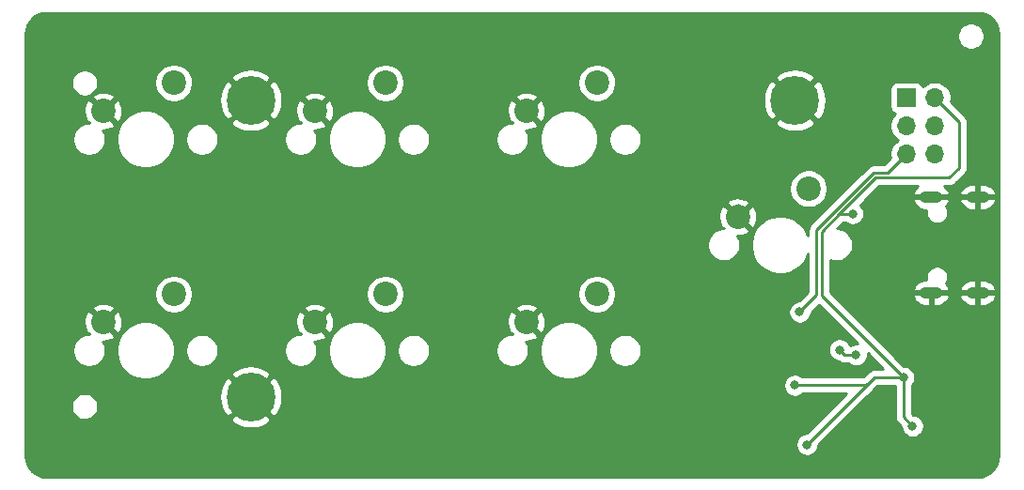
<source format=gbr>
%TF.GenerationSoftware,KiCad,Pcbnew,5.1.7-a382d34a8~88~ubuntu20.04.1*%
%TF.CreationDate,2021-03-24T20:19:51+01:00*%
%TF.ProjectId,launchpad,6c61756e-6368-4706-9164-2e6b69636164,rev?*%
%TF.SameCoordinates,Original*%
%TF.FileFunction,Copper,L2,Bot*%
%TF.FilePolarity,Positive*%
%FSLAX46Y46*%
G04 Gerber Fmt 4.6, Leading zero omitted, Abs format (unit mm)*
G04 Created by KiCad (PCBNEW 5.1.7-a382d34a8~88~ubuntu20.04.1) date 2021-03-24 20:19:51*
%MOMM*%
%LPD*%
G01*
G04 APERTURE LIST*
%TA.AperFunction,ComponentPad*%
%ADD10O,1.700000X1.700000*%
%TD*%
%TA.AperFunction,ComponentPad*%
%ADD11R,1.700000X1.700000*%
%TD*%
%TA.AperFunction,ComponentPad*%
%ADD12C,2.200000*%
%TD*%
%TA.AperFunction,ComponentPad*%
%ADD13C,4.400000*%
%TD*%
%TA.AperFunction,ComponentPad*%
%ADD14O,2.100000X1.050000*%
%TD*%
%TA.AperFunction,ViaPad*%
%ADD15C,0.800000*%
%TD*%
%TA.AperFunction,Conductor*%
%ADD16C,0.250000*%
%TD*%
%TA.AperFunction,Conductor*%
%ADD17C,0.254000*%
%TD*%
%TA.AperFunction,Conductor*%
%ADD18C,0.100000*%
%TD*%
G04 APERTURE END LIST*
D10*
%TO.P,J2,6*%
%TO.N,GND*%
X186636660Y-62931040D03*
%TO.P,J2,5*%
%TO.N,RESET*%
X184096660Y-62931040D03*
%TO.P,J2,4*%
%TO.N,MOSI*%
X186636660Y-60391040D03*
%TO.P,J2,3*%
%TO.N,SCLK*%
X184096660Y-60391040D03*
%TO.P,J2,2*%
%TO.N,+5V*%
X186636660Y-57851040D03*
D11*
%TO.P,J2,1*%
%TO.N,MISO*%
X184096660Y-57851040D03*
%TD*%
D12*
%TO.P,SW0,2*%
%TO.N,GND*%
X111760000Y-59055000D03*
%TO.P,SW0,1*%
%TO.N,BTN0*%
X118110000Y-56515000D03*
%TD*%
D13*
%TO.P,H3,1*%
%TO.N,GND*%
X174058580Y-58070161D03*
%TD*%
%TO.P,H2,1*%
%TO.N,GND*%
X125064520Y-58070161D03*
%TD*%
%TO.P,H1,1*%
%TO.N,GND*%
X125064520Y-84825840D03*
%TD*%
D12*
%TO.P,SW6,2*%
%TO.N,GND*%
X168910000Y-68580000D03*
%TO.P,SW6,1*%
%TO.N,BTN6*%
X175260000Y-66040000D03*
%TD*%
D14*
%TO.P,J1,S1*%
%TO.N,GND*%
X186320000Y-75440000D03*
%TO.P,J1,S2*%
X186320000Y-66800000D03*
%TO.P,J1,S3*%
X190500000Y-75440000D03*
%TO.P,J1,S4*%
X190500000Y-66800000D03*
%TD*%
D12*
%TO.P,SW1,2*%
%TO.N,GND*%
X111760000Y-78105000D03*
%TO.P,SW1,1*%
%TO.N,BTN1*%
X118110000Y-75565000D03*
%TD*%
%TO.P,SW2,2*%
%TO.N,GND*%
X130810000Y-59055000D03*
%TO.P,SW2,1*%
%TO.N,BTN2*%
X137160000Y-56515000D03*
%TD*%
%TO.P,SW3,1*%
%TO.N,BTN3*%
X137160000Y-75565000D03*
%TO.P,SW3,2*%
%TO.N,GND*%
X130810000Y-78105000D03*
%TD*%
%TO.P,SW4,1*%
%TO.N,BTN4*%
X156210000Y-56515000D03*
%TO.P,SW4,2*%
%TO.N,GND*%
X149860000Y-59055000D03*
%TD*%
%TO.P,SW5,2*%
%TO.N,GND*%
X149860000Y-78105000D03*
%TO.P,SW5,1*%
%TO.N,BTN5*%
X156210000Y-75565000D03*
%TD*%
D15*
%TO.N,Net-(C2-Pad1)*%
X179563440Y-81061560D03*
X178063440Y-80586580D03*
%TO.N,+5V*%
X175143160Y-89131140D03*
X183834400Y-83077680D03*
X184640220Y-87462360D03*
X174043340Y-83779360D03*
X179247800Y-68308220D03*
%TO.N,RESET*%
X174480220Y-77182980D03*
%TO.N,GND*%
X171333160Y-89382600D03*
X177673000Y-74493120D03*
X177673000Y-73289160D03*
X186456320Y-81287620D03*
%TD*%
D16*
%TO.N,Net-(C2-Pad1)*%
X178538420Y-81061560D02*
X178063440Y-80586580D01*
X179563440Y-81061560D02*
X178538420Y-81061560D01*
%TO.N,+5V*%
X175143160Y-89131140D02*
X179997100Y-84277200D01*
X176451690Y-75694970D02*
X183834400Y-83077680D01*
X176451690Y-69960200D02*
X176451690Y-75694970D01*
X183834400Y-86656540D02*
X184640220Y-87462360D01*
X183834400Y-83077680D02*
X183834400Y-86656540D01*
X181196620Y-83077680D02*
X179997100Y-84277200D01*
X183834400Y-83077680D02*
X181196620Y-83077680D01*
X180494940Y-83779360D02*
X181196620Y-83077680D01*
X174043340Y-83779360D02*
X180494940Y-83779360D01*
X186636660Y-57851040D02*
X188826140Y-60040520D01*
X188826140Y-60040520D02*
X188826140Y-64185800D01*
X188826140Y-64185800D02*
X187937140Y-65074800D01*
X187937140Y-65074800D02*
X181337090Y-65074800D01*
X179247800Y-68308220D02*
X178130200Y-68308220D01*
X178130200Y-68308220D02*
X178116935Y-68294955D01*
X178116935Y-68294955D02*
X176451690Y-69960200D01*
X181337090Y-65074800D02*
X178116935Y-68294955D01*
%TO.N,RESET*%
X181150689Y-64624791D02*
X182402909Y-64624791D01*
X176001680Y-69773800D02*
X181150689Y-64624791D01*
X176001680Y-75661520D02*
X176001680Y-69773800D01*
X182402909Y-64624791D02*
X184096660Y-62931040D01*
X174480220Y-77182980D02*
X176001680Y-75661520D01*
%TO.N,GND*%
X168910000Y-67449700D02*
X168910000Y-68580000D01*
%TD*%
D17*
%TO.N,GND*%
X190864545Y-50228909D02*
X191215208Y-50334780D01*
X191538625Y-50506744D01*
X191822484Y-50738254D01*
X192055965Y-51020486D01*
X192230183Y-51342695D01*
X192338502Y-51692614D01*
X192380000Y-52087443D01*
X192380001Y-90137711D01*
X192341091Y-90534545D01*
X192235220Y-90885206D01*
X192063257Y-91208623D01*
X191831748Y-91492482D01*
X191549514Y-91725965D01*
X191227304Y-91900184D01*
X190877385Y-92008502D01*
X190482557Y-92050000D01*
X106712279Y-92050000D01*
X106315455Y-92011091D01*
X105964794Y-91905220D01*
X105641377Y-91733257D01*
X105357518Y-91501748D01*
X105124035Y-91219514D01*
X104949816Y-90897304D01*
X104841498Y-90547385D01*
X104800000Y-90152557D01*
X104800000Y-85562927D01*
X108892920Y-85562927D01*
X108892920Y-85801473D01*
X108939458Y-86035436D01*
X109030745Y-86255824D01*
X109163274Y-86454168D01*
X109331952Y-86622846D01*
X109530296Y-86755375D01*
X109750684Y-86846662D01*
X109984647Y-86893200D01*
X110223193Y-86893200D01*
X110457156Y-86846662D01*
X110532110Y-86815615D01*
X123254350Y-86815615D01*
X123494496Y-87202858D01*
X123988397Y-87463481D01*
X124523653Y-87622741D01*
X125079694Y-87674518D01*
X125635152Y-87616821D01*
X126168681Y-87451868D01*
X126634544Y-87202858D01*
X126874690Y-86815615D01*
X125064520Y-85005445D01*
X123254350Y-86815615D01*
X110532110Y-86815615D01*
X110677544Y-86755375D01*
X110875888Y-86622846D01*
X111044566Y-86454168D01*
X111177095Y-86255824D01*
X111268382Y-86035436D01*
X111314920Y-85801473D01*
X111314920Y-85562927D01*
X111268382Y-85328964D01*
X111177095Y-85108576D01*
X111044566Y-84910232D01*
X110975348Y-84841014D01*
X122215842Y-84841014D01*
X122273539Y-85396472D01*
X122438492Y-85930001D01*
X122687502Y-86395864D01*
X123074745Y-86636010D01*
X124884915Y-84825840D01*
X125244125Y-84825840D01*
X127054295Y-86636010D01*
X127441538Y-86395864D01*
X127702161Y-85901963D01*
X127861421Y-85366707D01*
X127913198Y-84810666D01*
X127855501Y-84255208D01*
X127690548Y-83721679D01*
X127441538Y-83255816D01*
X127054295Y-83015670D01*
X125244125Y-84825840D01*
X124884915Y-84825840D01*
X123074745Y-83015670D01*
X122687502Y-83255816D01*
X122426879Y-83749717D01*
X122267619Y-84284973D01*
X122215842Y-84841014D01*
X110975348Y-84841014D01*
X110875888Y-84741554D01*
X110677544Y-84609025D01*
X110457156Y-84517738D01*
X110223193Y-84471200D01*
X109984647Y-84471200D01*
X109750684Y-84517738D01*
X109530296Y-84609025D01*
X109331952Y-84741554D01*
X109163274Y-84910232D01*
X109030745Y-85108576D01*
X108939458Y-85328964D01*
X108892920Y-85562927D01*
X104800000Y-85562927D01*
X104800000Y-80498740D01*
X109005000Y-80498740D01*
X109005000Y-80791260D01*
X109062068Y-81078158D01*
X109174010Y-81348411D01*
X109336525Y-81591632D01*
X109543368Y-81798475D01*
X109786589Y-81960990D01*
X110056842Y-82072932D01*
X110343740Y-82130000D01*
X110636260Y-82130000D01*
X110923158Y-82072932D01*
X111193411Y-81960990D01*
X111436632Y-81798475D01*
X111643475Y-81591632D01*
X111805990Y-81348411D01*
X111917932Y-81078158D01*
X111975000Y-80791260D01*
X111975000Y-80498740D01*
X111952471Y-80385475D01*
X112935000Y-80385475D01*
X112935000Y-80904525D01*
X113036261Y-81413601D01*
X113234893Y-81893141D01*
X113523262Y-82324715D01*
X113890285Y-82691738D01*
X114321859Y-82980107D01*
X114801399Y-83178739D01*
X115310475Y-83280000D01*
X115829525Y-83280000D01*
X116338601Y-83178739D01*
X116818141Y-82980107D01*
X117033714Y-82836065D01*
X123254350Y-82836065D01*
X125064520Y-84646235D01*
X126874690Y-82836065D01*
X126634544Y-82448822D01*
X126140643Y-82188199D01*
X125605387Y-82028939D01*
X125049346Y-81977162D01*
X124493888Y-82034859D01*
X123960359Y-82199812D01*
X123494496Y-82448822D01*
X123254350Y-82836065D01*
X117033714Y-82836065D01*
X117249715Y-82691738D01*
X117616738Y-82324715D01*
X117905107Y-81893141D01*
X118103739Y-81413601D01*
X118205000Y-80904525D01*
X118205000Y-80498740D01*
X119165000Y-80498740D01*
X119165000Y-80791260D01*
X119222068Y-81078158D01*
X119334010Y-81348411D01*
X119496525Y-81591632D01*
X119703368Y-81798475D01*
X119946589Y-81960990D01*
X120216842Y-82072932D01*
X120503740Y-82130000D01*
X120796260Y-82130000D01*
X121083158Y-82072932D01*
X121353411Y-81960990D01*
X121596632Y-81798475D01*
X121803475Y-81591632D01*
X121965990Y-81348411D01*
X122077932Y-81078158D01*
X122135000Y-80791260D01*
X122135000Y-80498740D01*
X128055000Y-80498740D01*
X128055000Y-80791260D01*
X128112068Y-81078158D01*
X128224010Y-81348411D01*
X128386525Y-81591632D01*
X128593368Y-81798475D01*
X128836589Y-81960990D01*
X129106842Y-82072932D01*
X129393740Y-82130000D01*
X129686260Y-82130000D01*
X129973158Y-82072932D01*
X130243411Y-81960990D01*
X130486632Y-81798475D01*
X130693475Y-81591632D01*
X130855990Y-81348411D01*
X130967932Y-81078158D01*
X131025000Y-80791260D01*
X131025000Y-80498740D01*
X131002471Y-80385475D01*
X131985000Y-80385475D01*
X131985000Y-80904525D01*
X132086261Y-81413601D01*
X132284893Y-81893141D01*
X132573262Y-82324715D01*
X132940285Y-82691738D01*
X133371859Y-82980107D01*
X133851399Y-83178739D01*
X134360475Y-83280000D01*
X134879525Y-83280000D01*
X135388601Y-83178739D01*
X135868141Y-82980107D01*
X136299715Y-82691738D01*
X136666738Y-82324715D01*
X136955107Y-81893141D01*
X137153739Y-81413601D01*
X137255000Y-80904525D01*
X137255000Y-80498740D01*
X138215000Y-80498740D01*
X138215000Y-80791260D01*
X138272068Y-81078158D01*
X138384010Y-81348411D01*
X138546525Y-81591632D01*
X138753368Y-81798475D01*
X138996589Y-81960990D01*
X139266842Y-82072932D01*
X139553740Y-82130000D01*
X139846260Y-82130000D01*
X140133158Y-82072932D01*
X140403411Y-81960990D01*
X140646632Y-81798475D01*
X140853475Y-81591632D01*
X141015990Y-81348411D01*
X141127932Y-81078158D01*
X141185000Y-80791260D01*
X141185000Y-80498740D01*
X147105000Y-80498740D01*
X147105000Y-80791260D01*
X147162068Y-81078158D01*
X147274010Y-81348411D01*
X147436525Y-81591632D01*
X147643368Y-81798475D01*
X147886589Y-81960990D01*
X148156842Y-82072932D01*
X148443740Y-82130000D01*
X148736260Y-82130000D01*
X149023158Y-82072932D01*
X149293411Y-81960990D01*
X149536632Y-81798475D01*
X149743475Y-81591632D01*
X149905990Y-81348411D01*
X150017932Y-81078158D01*
X150075000Y-80791260D01*
X150075000Y-80498740D01*
X150052471Y-80385475D01*
X151035000Y-80385475D01*
X151035000Y-80904525D01*
X151136261Y-81413601D01*
X151334893Y-81893141D01*
X151623262Y-82324715D01*
X151990285Y-82691738D01*
X152421859Y-82980107D01*
X152901399Y-83178739D01*
X153410475Y-83280000D01*
X153929525Y-83280000D01*
X154438601Y-83178739D01*
X154918141Y-82980107D01*
X155349715Y-82691738D01*
X155716738Y-82324715D01*
X156005107Y-81893141D01*
X156203739Y-81413601D01*
X156305000Y-80904525D01*
X156305000Y-80498740D01*
X157265000Y-80498740D01*
X157265000Y-80791260D01*
X157322068Y-81078158D01*
X157434010Y-81348411D01*
X157596525Y-81591632D01*
X157803368Y-81798475D01*
X158046589Y-81960990D01*
X158316842Y-82072932D01*
X158603740Y-82130000D01*
X158896260Y-82130000D01*
X159183158Y-82072932D01*
X159453411Y-81960990D01*
X159696632Y-81798475D01*
X159903475Y-81591632D01*
X160065990Y-81348411D01*
X160177932Y-81078158D01*
X160235000Y-80791260D01*
X160235000Y-80498740D01*
X160177932Y-80211842D01*
X160065990Y-79941589D01*
X159903475Y-79698368D01*
X159696632Y-79491525D01*
X159453411Y-79329010D01*
X159183158Y-79217068D01*
X158896260Y-79160000D01*
X158603740Y-79160000D01*
X158316842Y-79217068D01*
X158046589Y-79329010D01*
X157803368Y-79491525D01*
X157596525Y-79698368D01*
X157434010Y-79941589D01*
X157322068Y-80211842D01*
X157265000Y-80498740D01*
X156305000Y-80498740D01*
X156305000Y-80385475D01*
X156203739Y-79876399D01*
X156005107Y-79396859D01*
X155716738Y-78965285D01*
X155349715Y-78598262D01*
X154918141Y-78309893D01*
X154438601Y-78111261D01*
X153929525Y-78010000D01*
X153410475Y-78010000D01*
X152901399Y-78111261D01*
X152421859Y-78309893D01*
X151990285Y-78598262D01*
X151623262Y-78965285D01*
X151334893Y-79396859D01*
X151136261Y-79876399D01*
X151035000Y-80385475D01*
X150052471Y-80385475D01*
X150017932Y-80211842D01*
X149905990Y-79941589D01*
X149839650Y-79842304D01*
X149918639Y-79847409D01*
X150257439Y-79802489D01*
X150580966Y-79692336D01*
X150779274Y-79586338D01*
X150887107Y-79311712D01*
X149860000Y-78284605D01*
X149845858Y-78298748D01*
X149666253Y-78119143D01*
X149680395Y-78105000D01*
X150039605Y-78105000D01*
X151066712Y-79132107D01*
X151341338Y-79024274D01*
X151492216Y-78717616D01*
X151580369Y-78387415D01*
X151602409Y-78046361D01*
X151557489Y-77707561D01*
X151447336Y-77384034D01*
X151341338Y-77185726D01*
X151066712Y-77077893D01*
X150039605Y-78105000D01*
X149680395Y-78105000D01*
X148653288Y-77077893D01*
X148378662Y-77185726D01*
X148227784Y-77492384D01*
X148139631Y-77822585D01*
X148117591Y-78163639D01*
X148162511Y-78502439D01*
X148272664Y-78825966D01*
X148378662Y-79024274D01*
X148653286Y-79132106D01*
X148625392Y-79160000D01*
X148443740Y-79160000D01*
X148156842Y-79217068D01*
X147886589Y-79329010D01*
X147643368Y-79491525D01*
X147436525Y-79698368D01*
X147274010Y-79941589D01*
X147162068Y-80211842D01*
X147105000Y-80498740D01*
X141185000Y-80498740D01*
X141127932Y-80211842D01*
X141015990Y-79941589D01*
X140853475Y-79698368D01*
X140646632Y-79491525D01*
X140403411Y-79329010D01*
X140133158Y-79217068D01*
X139846260Y-79160000D01*
X139553740Y-79160000D01*
X139266842Y-79217068D01*
X138996589Y-79329010D01*
X138753368Y-79491525D01*
X138546525Y-79698368D01*
X138384010Y-79941589D01*
X138272068Y-80211842D01*
X138215000Y-80498740D01*
X137255000Y-80498740D01*
X137255000Y-80385475D01*
X137153739Y-79876399D01*
X136955107Y-79396859D01*
X136666738Y-78965285D01*
X136299715Y-78598262D01*
X135868141Y-78309893D01*
X135388601Y-78111261D01*
X134879525Y-78010000D01*
X134360475Y-78010000D01*
X133851399Y-78111261D01*
X133371859Y-78309893D01*
X132940285Y-78598262D01*
X132573262Y-78965285D01*
X132284893Y-79396859D01*
X132086261Y-79876399D01*
X131985000Y-80385475D01*
X131002471Y-80385475D01*
X130967932Y-80211842D01*
X130855990Y-79941589D01*
X130789650Y-79842304D01*
X130868639Y-79847409D01*
X131207439Y-79802489D01*
X131530966Y-79692336D01*
X131729274Y-79586338D01*
X131837107Y-79311712D01*
X130810000Y-78284605D01*
X130795858Y-78298748D01*
X130616253Y-78119143D01*
X130630395Y-78105000D01*
X130989605Y-78105000D01*
X132016712Y-79132107D01*
X132291338Y-79024274D01*
X132442216Y-78717616D01*
X132530369Y-78387415D01*
X132552409Y-78046361D01*
X132507489Y-77707561D01*
X132397336Y-77384034D01*
X132291338Y-77185726D01*
X132016712Y-77077893D01*
X130989605Y-78105000D01*
X130630395Y-78105000D01*
X129603288Y-77077893D01*
X129328662Y-77185726D01*
X129177784Y-77492384D01*
X129089631Y-77822585D01*
X129067591Y-78163639D01*
X129112511Y-78502439D01*
X129222664Y-78825966D01*
X129328662Y-79024274D01*
X129603286Y-79132106D01*
X129575392Y-79160000D01*
X129393740Y-79160000D01*
X129106842Y-79217068D01*
X128836589Y-79329010D01*
X128593368Y-79491525D01*
X128386525Y-79698368D01*
X128224010Y-79941589D01*
X128112068Y-80211842D01*
X128055000Y-80498740D01*
X122135000Y-80498740D01*
X122077932Y-80211842D01*
X121965990Y-79941589D01*
X121803475Y-79698368D01*
X121596632Y-79491525D01*
X121353411Y-79329010D01*
X121083158Y-79217068D01*
X120796260Y-79160000D01*
X120503740Y-79160000D01*
X120216842Y-79217068D01*
X119946589Y-79329010D01*
X119703368Y-79491525D01*
X119496525Y-79698368D01*
X119334010Y-79941589D01*
X119222068Y-80211842D01*
X119165000Y-80498740D01*
X118205000Y-80498740D01*
X118205000Y-80385475D01*
X118103739Y-79876399D01*
X117905107Y-79396859D01*
X117616738Y-78965285D01*
X117249715Y-78598262D01*
X116818141Y-78309893D01*
X116338601Y-78111261D01*
X115829525Y-78010000D01*
X115310475Y-78010000D01*
X114801399Y-78111261D01*
X114321859Y-78309893D01*
X113890285Y-78598262D01*
X113523262Y-78965285D01*
X113234893Y-79396859D01*
X113036261Y-79876399D01*
X112935000Y-80385475D01*
X111952471Y-80385475D01*
X111917932Y-80211842D01*
X111805990Y-79941589D01*
X111739650Y-79842304D01*
X111818639Y-79847409D01*
X112157439Y-79802489D01*
X112480966Y-79692336D01*
X112679274Y-79586338D01*
X112787107Y-79311712D01*
X111760000Y-78284605D01*
X111745858Y-78298748D01*
X111566253Y-78119143D01*
X111580395Y-78105000D01*
X111939605Y-78105000D01*
X112966712Y-79132107D01*
X113241338Y-79024274D01*
X113392216Y-78717616D01*
X113480369Y-78387415D01*
X113502409Y-78046361D01*
X113457489Y-77707561D01*
X113347336Y-77384034D01*
X113241338Y-77185726D01*
X112966712Y-77077893D01*
X111939605Y-78105000D01*
X111580395Y-78105000D01*
X110553288Y-77077893D01*
X110278662Y-77185726D01*
X110127784Y-77492384D01*
X110039631Y-77822585D01*
X110017591Y-78163639D01*
X110062511Y-78502439D01*
X110172664Y-78825966D01*
X110278662Y-79024274D01*
X110553286Y-79132106D01*
X110525392Y-79160000D01*
X110343740Y-79160000D01*
X110056842Y-79217068D01*
X109786589Y-79329010D01*
X109543368Y-79491525D01*
X109336525Y-79698368D01*
X109174010Y-79941589D01*
X109062068Y-80211842D01*
X109005000Y-80498740D01*
X104800000Y-80498740D01*
X104800000Y-76898288D01*
X110732893Y-76898288D01*
X111760000Y-77925395D01*
X112787107Y-76898288D01*
X112679274Y-76623662D01*
X112372616Y-76472784D01*
X112042415Y-76384631D01*
X111701361Y-76362591D01*
X111362561Y-76407511D01*
X111039034Y-76517664D01*
X110840726Y-76623662D01*
X110732893Y-76898288D01*
X104800000Y-76898288D01*
X104800000Y-75394117D01*
X116375000Y-75394117D01*
X116375000Y-75735883D01*
X116441675Y-76071081D01*
X116572463Y-76386831D01*
X116762337Y-76670998D01*
X117004002Y-76912663D01*
X117288169Y-77102537D01*
X117603919Y-77233325D01*
X117939117Y-77300000D01*
X118280883Y-77300000D01*
X118616081Y-77233325D01*
X118931831Y-77102537D01*
X119215998Y-76912663D01*
X119230373Y-76898288D01*
X129782893Y-76898288D01*
X130810000Y-77925395D01*
X131837107Y-76898288D01*
X131729274Y-76623662D01*
X131422616Y-76472784D01*
X131092415Y-76384631D01*
X130751361Y-76362591D01*
X130412561Y-76407511D01*
X130089034Y-76517664D01*
X129890726Y-76623662D01*
X129782893Y-76898288D01*
X119230373Y-76898288D01*
X119457663Y-76670998D01*
X119647537Y-76386831D01*
X119778325Y-76071081D01*
X119845000Y-75735883D01*
X119845000Y-75394117D01*
X135425000Y-75394117D01*
X135425000Y-75735883D01*
X135491675Y-76071081D01*
X135622463Y-76386831D01*
X135812337Y-76670998D01*
X136054002Y-76912663D01*
X136338169Y-77102537D01*
X136653919Y-77233325D01*
X136989117Y-77300000D01*
X137330883Y-77300000D01*
X137666081Y-77233325D01*
X137981831Y-77102537D01*
X138265998Y-76912663D01*
X138280373Y-76898288D01*
X148832893Y-76898288D01*
X149860000Y-77925395D01*
X150887107Y-76898288D01*
X150779274Y-76623662D01*
X150472616Y-76472784D01*
X150142415Y-76384631D01*
X149801361Y-76362591D01*
X149462561Y-76407511D01*
X149139034Y-76517664D01*
X148940726Y-76623662D01*
X148832893Y-76898288D01*
X138280373Y-76898288D01*
X138507663Y-76670998D01*
X138697537Y-76386831D01*
X138828325Y-76071081D01*
X138895000Y-75735883D01*
X138895000Y-75394117D01*
X154475000Y-75394117D01*
X154475000Y-75735883D01*
X154541675Y-76071081D01*
X154672463Y-76386831D01*
X154862337Y-76670998D01*
X155104002Y-76912663D01*
X155388169Y-77102537D01*
X155703919Y-77233325D01*
X156039117Y-77300000D01*
X156380883Y-77300000D01*
X156716081Y-77233325D01*
X157031831Y-77102537D01*
X157315998Y-76912663D01*
X157557663Y-76670998D01*
X157747537Y-76386831D01*
X157878325Y-76071081D01*
X157945000Y-75735883D01*
X157945000Y-75394117D01*
X157878325Y-75058919D01*
X157747537Y-74743169D01*
X157557663Y-74459002D01*
X157315998Y-74217337D01*
X157031831Y-74027463D01*
X156716081Y-73896675D01*
X156380883Y-73830000D01*
X156039117Y-73830000D01*
X155703919Y-73896675D01*
X155388169Y-74027463D01*
X155104002Y-74217337D01*
X154862337Y-74459002D01*
X154672463Y-74743169D01*
X154541675Y-75058919D01*
X154475000Y-75394117D01*
X138895000Y-75394117D01*
X138828325Y-75058919D01*
X138697537Y-74743169D01*
X138507663Y-74459002D01*
X138265998Y-74217337D01*
X137981831Y-74027463D01*
X137666081Y-73896675D01*
X137330883Y-73830000D01*
X136989117Y-73830000D01*
X136653919Y-73896675D01*
X136338169Y-74027463D01*
X136054002Y-74217337D01*
X135812337Y-74459002D01*
X135622463Y-74743169D01*
X135491675Y-75058919D01*
X135425000Y-75394117D01*
X119845000Y-75394117D01*
X119778325Y-75058919D01*
X119647537Y-74743169D01*
X119457663Y-74459002D01*
X119215998Y-74217337D01*
X118931831Y-74027463D01*
X118616081Y-73896675D01*
X118280883Y-73830000D01*
X117939117Y-73830000D01*
X117603919Y-73896675D01*
X117288169Y-74027463D01*
X117004002Y-74217337D01*
X116762337Y-74459002D01*
X116572463Y-74743169D01*
X116441675Y-75058919D01*
X116375000Y-75394117D01*
X104800000Y-75394117D01*
X104800000Y-70973740D01*
X166155000Y-70973740D01*
X166155000Y-71266260D01*
X166212068Y-71553158D01*
X166324010Y-71823411D01*
X166486525Y-72066632D01*
X166693368Y-72273475D01*
X166936589Y-72435990D01*
X167206842Y-72547932D01*
X167493740Y-72605000D01*
X167786260Y-72605000D01*
X168073158Y-72547932D01*
X168343411Y-72435990D01*
X168586632Y-72273475D01*
X168793475Y-72066632D01*
X168955990Y-71823411D01*
X169067932Y-71553158D01*
X169125000Y-71266260D01*
X169125000Y-70973740D01*
X169102471Y-70860475D01*
X170085000Y-70860475D01*
X170085000Y-71379525D01*
X170186261Y-71888601D01*
X170384893Y-72368141D01*
X170673262Y-72799715D01*
X171040285Y-73166738D01*
X171471859Y-73455107D01*
X171951399Y-73653739D01*
X172460475Y-73755000D01*
X172979525Y-73755000D01*
X173488601Y-73653739D01*
X173968141Y-73455107D01*
X174399715Y-73166738D01*
X174766738Y-72799715D01*
X175055107Y-72368141D01*
X175241681Y-71917712D01*
X175241680Y-75346718D01*
X174440419Y-76147980D01*
X174378281Y-76147980D01*
X174178322Y-76187754D01*
X173989964Y-76265775D01*
X173820446Y-76379043D01*
X173676283Y-76523206D01*
X173563015Y-76692724D01*
X173484994Y-76881082D01*
X173445220Y-77081041D01*
X173445220Y-77284919D01*
X173484994Y-77484878D01*
X173563015Y-77673236D01*
X173676283Y-77842754D01*
X173820446Y-77986917D01*
X173989964Y-78100185D01*
X174178322Y-78178206D01*
X174378281Y-78217980D01*
X174582159Y-78217980D01*
X174782118Y-78178206D01*
X174970476Y-78100185D01*
X175139994Y-77986917D01*
X175284157Y-77842754D01*
X175397425Y-77673236D01*
X175475446Y-77484878D01*
X175515220Y-77284919D01*
X175515220Y-77222781D01*
X176209960Y-76528041D01*
X179719180Y-80037262D01*
X179665379Y-80026560D01*
X179461501Y-80026560D01*
X179261542Y-80066334D01*
X179073184Y-80144355D01*
X179016287Y-80182372D01*
X178980645Y-80096324D01*
X178867377Y-79926806D01*
X178723214Y-79782643D01*
X178553696Y-79669375D01*
X178365338Y-79591354D01*
X178165379Y-79551580D01*
X177961501Y-79551580D01*
X177761542Y-79591354D01*
X177573184Y-79669375D01*
X177403666Y-79782643D01*
X177259503Y-79926806D01*
X177146235Y-80096324D01*
X177068214Y-80284682D01*
X177028440Y-80484641D01*
X177028440Y-80688519D01*
X177068214Y-80888478D01*
X177146235Y-81076836D01*
X177259503Y-81246354D01*
X177403666Y-81390517D01*
X177573184Y-81503785D01*
X177761542Y-81581806D01*
X177961501Y-81621580D01*
X178022812Y-81621580D01*
X178114144Y-81696534D01*
X178246173Y-81767106D01*
X178389434Y-81810563D01*
X178501087Y-81821560D01*
X178501096Y-81821560D01*
X178538419Y-81825236D01*
X178575742Y-81821560D01*
X178859729Y-81821560D01*
X178903666Y-81865497D01*
X179073184Y-81978765D01*
X179261542Y-82056786D01*
X179461501Y-82096560D01*
X179665379Y-82096560D01*
X179865338Y-82056786D01*
X180053696Y-81978765D01*
X180223214Y-81865497D01*
X180367377Y-81721334D01*
X180480645Y-81551816D01*
X180558666Y-81363458D01*
X180598440Y-81163499D01*
X180598440Y-80959621D01*
X180587738Y-80905820D01*
X181999598Y-82317680D01*
X181233942Y-82317680D01*
X181196619Y-82314004D01*
X181159296Y-82317680D01*
X181159287Y-82317680D01*
X181047634Y-82328677D01*
X180904373Y-82372134D01*
X180772344Y-82442706D01*
X180772342Y-82442707D01*
X180772343Y-82442707D01*
X180685616Y-82513881D01*
X180685612Y-82513885D01*
X180656619Y-82537679D01*
X180632825Y-82566672D01*
X180180138Y-83019360D01*
X174747051Y-83019360D01*
X174703114Y-82975423D01*
X174533596Y-82862155D01*
X174345238Y-82784134D01*
X174145279Y-82744360D01*
X173941401Y-82744360D01*
X173741442Y-82784134D01*
X173553084Y-82862155D01*
X173383566Y-82975423D01*
X173239403Y-83119586D01*
X173126135Y-83289104D01*
X173048114Y-83477462D01*
X173008340Y-83677421D01*
X173008340Y-83881299D01*
X173048114Y-84081258D01*
X173126135Y-84269616D01*
X173239403Y-84439134D01*
X173383566Y-84583297D01*
X173553084Y-84696565D01*
X173741442Y-84774586D01*
X173941401Y-84814360D01*
X174145279Y-84814360D01*
X174345238Y-84774586D01*
X174533596Y-84696565D01*
X174703114Y-84583297D01*
X174747051Y-84539360D01*
X178660138Y-84539360D01*
X175103359Y-88096140D01*
X175041221Y-88096140D01*
X174841262Y-88135914D01*
X174652904Y-88213935D01*
X174483386Y-88327203D01*
X174339223Y-88471366D01*
X174225955Y-88640884D01*
X174147934Y-88829242D01*
X174108160Y-89029201D01*
X174108160Y-89233079D01*
X174147934Y-89433038D01*
X174225955Y-89621396D01*
X174339223Y-89790914D01*
X174483386Y-89935077D01*
X174652904Y-90048345D01*
X174841262Y-90126366D01*
X175041221Y-90166140D01*
X175245099Y-90166140D01*
X175445058Y-90126366D01*
X175633416Y-90048345D01*
X175802934Y-89935077D01*
X175947097Y-89790914D01*
X176060365Y-89621396D01*
X176138386Y-89433038D01*
X176178160Y-89233079D01*
X176178160Y-89170941D01*
X180560899Y-84788203D01*
X180560903Y-84788198D01*
X181005943Y-84343159D01*
X181034941Y-84319361D01*
X181058740Y-84290362D01*
X181511423Y-83837680D01*
X183074400Y-83837680D01*
X183074401Y-86619208D01*
X183070724Y-86656540D01*
X183074401Y-86693873D01*
X183085398Y-86805526D01*
X183097876Y-86846662D01*
X183128854Y-86948786D01*
X183199426Y-87080816D01*
X183264791Y-87160462D01*
X183294400Y-87196541D01*
X183323398Y-87220339D01*
X183605220Y-87502161D01*
X183605220Y-87564299D01*
X183644994Y-87764258D01*
X183723015Y-87952616D01*
X183836283Y-88122134D01*
X183980446Y-88266297D01*
X184149964Y-88379565D01*
X184338322Y-88457586D01*
X184538281Y-88497360D01*
X184742159Y-88497360D01*
X184942118Y-88457586D01*
X185130476Y-88379565D01*
X185299994Y-88266297D01*
X185444157Y-88122134D01*
X185557425Y-87952616D01*
X185635446Y-87764258D01*
X185675220Y-87564299D01*
X185675220Y-87360421D01*
X185635446Y-87160462D01*
X185557425Y-86972104D01*
X185444157Y-86802586D01*
X185299994Y-86658423D01*
X185130476Y-86545155D01*
X184942118Y-86467134D01*
X184742159Y-86427360D01*
X184680021Y-86427360D01*
X184594400Y-86341739D01*
X184594400Y-83781391D01*
X184638337Y-83737454D01*
X184751605Y-83567936D01*
X184829626Y-83379578D01*
X184869400Y-83179619D01*
X184869400Y-82975741D01*
X184829626Y-82775782D01*
X184751605Y-82587424D01*
X184638337Y-82417906D01*
X184494174Y-82273743D01*
X184324656Y-82160475D01*
X184136298Y-82082454D01*
X183936339Y-82042680D01*
X183874202Y-82042680D01*
X177577332Y-75745810D01*
X184676036Y-75745810D01*
X184759937Y-75978864D01*
X184884953Y-76170441D01*
X185044941Y-76333947D01*
X185233754Y-76463099D01*
X185444135Y-76552934D01*
X185668000Y-76600000D01*
X186193000Y-76600000D01*
X186193000Y-75567000D01*
X186447000Y-75567000D01*
X186447000Y-76600000D01*
X186972000Y-76600000D01*
X187195865Y-76552934D01*
X187406246Y-76463099D01*
X187595059Y-76333947D01*
X187755047Y-76170441D01*
X187880063Y-75978864D01*
X187963964Y-75745810D01*
X188856036Y-75745810D01*
X188939937Y-75978864D01*
X189064953Y-76170441D01*
X189224941Y-76333947D01*
X189413754Y-76463099D01*
X189624135Y-76552934D01*
X189848000Y-76600000D01*
X190373000Y-76600000D01*
X190373000Y-75567000D01*
X190627000Y-75567000D01*
X190627000Y-76600000D01*
X191152000Y-76600000D01*
X191375865Y-76552934D01*
X191586246Y-76463099D01*
X191775059Y-76333947D01*
X191935047Y-76170441D01*
X192060063Y-75978864D01*
X192143964Y-75745810D01*
X192018163Y-75567000D01*
X190627000Y-75567000D01*
X190373000Y-75567000D01*
X188981837Y-75567000D01*
X188856036Y-75745810D01*
X187963964Y-75745810D01*
X187838163Y-75567000D01*
X186447000Y-75567000D01*
X186193000Y-75567000D01*
X184801837Y-75567000D01*
X184676036Y-75745810D01*
X177577332Y-75745810D01*
X177211690Y-75380169D01*
X177211690Y-75134190D01*
X184676036Y-75134190D01*
X184801837Y-75313000D01*
X186193000Y-75313000D01*
X186193000Y-75293000D01*
X186447000Y-75293000D01*
X186447000Y-75313000D01*
X187838163Y-75313000D01*
X187963964Y-75134190D01*
X188856036Y-75134190D01*
X188981837Y-75313000D01*
X190373000Y-75313000D01*
X190373000Y-74280000D01*
X190627000Y-74280000D01*
X190627000Y-75313000D01*
X192018163Y-75313000D01*
X192143964Y-75134190D01*
X192060063Y-74901136D01*
X191935047Y-74709559D01*
X191775059Y-74546053D01*
X191586246Y-74416901D01*
X191375865Y-74327066D01*
X191152000Y-74280000D01*
X190627000Y-74280000D01*
X190373000Y-74280000D01*
X189848000Y-74280000D01*
X189624135Y-74327066D01*
X189413754Y-74416901D01*
X189224941Y-74546053D01*
X189064953Y-74709559D01*
X188939937Y-74901136D01*
X188856036Y-75134190D01*
X187963964Y-75134190D01*
X187880063Y-74901136D01*
X187755047Y-74709559D01*
X187643435Y-74595493D01*
X187722896Y-74476572D01*
X187797147Y-74297314D01*
X187835000Y-74107014D01*
X187835000Y-73912986D01*
X187797147Y-73722686D01*
X187722896Y-73543428D01*
X187615099Y-73382099D01*
X187477901Y-73244901D01*
X187316572Y-73137104D01*
X187137314Y-73062853D01*
X186947014Y-73025000D01*
X186752986Y-73025000D01*
X186562686Y-73062853D01*
X186383428Y-73137104D01*
X186222099Y-73244901D01*
X186084901Y-73382099D01*
X185977104Y-73543428D01*
X185902853Y-73722686D01*
X185865000Y-73912986D01*
X185865000Y-74107014D01*
X185899409Y-74280000D01*
X185668000Y-74280000D01*
X185444135Y-74327066D01*
X185233754Y-74416901D01*
X185044941Y-74546053D01*
X184884953Y-74709559D01*
X184759937Y-74901136D01*
X184676036Y-75134190D01*
X177211690Y-75134190D01*
X177211690Y-72483666D01*
X177366842Y-72547932D01*
X177653740Y-72605000D01*
X177946260Y-72605000D01*
X178233158Y-72547932D01*
X178503411Y-72435990D01*
X178746632Y-72273475D01*
X178953475Y-72066632D01*
X179115990Y-71823411D01*
X179227932Y-71553158D01*
X179285000Y-71266260D01*
X179285000Y-70973740D01*
X179227932Y-70686842D01*
X179115990Y-70416589D01*
X178953475Y-70173368D01*
X178746632Y-69966525D01*
X178503411Y-69804010D01*
X178233158Y-69692068D01*
X177946260Y-69635000D01*
X177851692Y-69635000D01*
X178418472Y-69068220D01*
X178544089Y-69068220D01*
X178588026Y-69112157D01*
X178757544Y-69225425D01*
X178945902Y-69303446D01*
X179145861Y-69343220D01*
X179349739Y-69343220D01*
X179549698Y-69303446D01*
X179738056Y-69225425D01*
X179907574Y-69112157D01*
X180051737Y-68967994D01*
X180165005Y-68798476D01*
X180243026Y-68610118D01*
X180282800Y-68410159D01*
X180282800Y-68206281D01*
X180243026Y-68006322D01*
X180165005Y-67817964D01*
X180051737Y-67648446D01*
X179944991Y-67541700D01*
X180380881Y-67105810D01*
X184676036Y-67105810D01*
X184759937Y-67338864D01*
X184884953Y-67530441D01*
X185044941Y-67693947D01*
X185233754Y-67823099D01*
X185444135Y-67912934D01*
X185668000Y-67960000D01*
X185899409Y-67960000D01*
X185865000Y-68132986D01*
X185865000Y-68327014D01*
X185902853Y-68517314D01*
X185977104Y-68696572D01*
X186084901Y-68857901D01*
X186222099Y-68995099D01*
X186383428Y-69102896D01*
X186562686Y-69177147D01*
X186752986Y-69215000D01*
X186947014Y-69215000D01*
X187137314Y-69177147D01*
X187316572Y-69102896D01*
X187477901Y-68995099D01*
X187615099Y-68857901D01*
X187722896Y-68696572D01*
X187797147Y-68517314D01*
X187835000Y-68327014D01*
X187835000Y-68132986D01*
X187797147Y-67942686D01*
X187722896Y-67763428D01*
X187643435Y-67644507D01*
X187755047Y-67530441D01*
X187880063Y-67338864D01*
X187963964Y-67105810D01*
X188856036Y-67105810D01*
X188939937Y-67338864D01*
X189064953Y-67530441D01*
X189224941Y-67693947D01*
X189413754Y-67823099D01*
X189624135Y-67912934D01*
X189848000Y-67960000D01*
X190373000Y-67960000D01*
X190373000Y-66927000D01*
X190627000Y-66927000D01*
X190627000Y-67960000D01*
X191152000Y-67960000D01*
X191375865Y-67912934D01*
X191586246Y-67823099D01*
X191775059Y-67693947D01*
X191935047Y-67530441D01*
X192060063Y-67338864D01*
X192143964Y-67105810D01*
X192018163Y-66927000D01*
X190627000Y-66927000D01*
X190373000Y-66927000D01*
X188981837Y-66927000D01*
X188856036Y-67105810D01*
X187963964Y-67105810D01*
X187838163Y-66927000D01*
X186447000Y-66927000D01*
X186447000Y-66947000D01*
X186193000Y-66947000D01*
X186193000Y-66927000D01*
X184801837Y-66927000D01*
X184676036Y-67105810D01*
X180380881Y-67105810D01*
X181651892Y-65834800D01*
X185149109Y-65834800D01*
X185044941Y-65906053D01*
X184884953Y-66069559D01*
X184759937Y-66261136D01*
X184676036Y-66494190D01*
X184801837Y-66673000D01*
X186193000Y-66673000D01*
X186193000Y-66653000D01*
X186447000Y-66653000D01*
X186447000Y-66673000D01*
X187838163Y-66673000D01*
X187963964Y-66494190D01*
X188856036Y-66494190D01*
X188981837Y-66673000D01*
X190373000Y-66673000D01*
X190373000Y-65640000D01*
X190627000Y-65640000D01*
X190627000Y-66673000D01*
X192018163Y-66673000D01*
X192143964Y-66494190D01*
X192060063Y-66261136D01*
X191935047Y-66069559D01*
X191775059Y-65906053D01*
X191586246Y-65776901D01*
X191375865Y-65687066D01*
X191152000Y-65640000D01*
X190627000Y-65640000D01*
X190373000Y-65640000D01*
X189848000Y-65640000D01*
X189624135Y-65687066D01*
X189413754Y-65776901D01*
X189224941Y-65906053D01*
X189064953Y-66069559D01*
X188939937Y-66261136D01*
X188856036Y-66494190D01*
X187963964Y-66494190D01*
X187880063Y-66261136D01*
X187755047Y-66069559D01*
X187595059Y-65906053D01*
X187490891Y-65834800D01*
X187899818Y-65834800D01*
X187937140Y-65838476D01*
X187974462Y-65834800D01*
X187974473Y-65834800D01*
X188086126Y-65823803D01*
X188229387Y-65780346D01*
X188361416Y-65709774D01*
X188477141Y-65614801D01*
X188500943Y-65585798D01*
X189337143Y-64749599D01*
X189366141Y-64725801D01*
X189461114Y-64610076D01*
X189531686Y-64478047D01*
X189575143Y-64334786D01*
X189586140Y-64223133D01*
X189586140Y-64223123D01*
X189589816Y-64185800D01*
X189586140Y-64148477D01*
X189586140Y-60077842D01*
X189589816Y-60040519D01*
X189586140Y-60003196D01*
X189586140Y-60003187D01*
X189575143Y-59891534D01*
X189531686Y-59748273D01*
X189461114Y-59616244D01*
X189366141Y-59500519D01*
X189337144Y-59476722D01*
X188077869Y-58217448D01*
X188121660Y-57997300D01*
X188121660Y-57704780D01*
X188064592Y-57417882D01*
X187952650Y-57147629D01*
X187790135Y-56904408D01*
X187583292Y-56697565D01*
X187340071Y-56535050D01*
X187069818Y-56423108D01*
X186782920Y-56366040D01*
X186490400Y-56366040D01*
X186203502Y-56423108D01*
X185933249Y-56535050D01*
X185690028Y-56697565D01*
X185558173Y-56829420D01*
X185536162Y-56756860D01*
X185477197Y-56646546D01*
X185397845Y-56549855D01*
X185301154Y-56470503D01*
X185190840Y-56411538D01*
X185071142Y-56375228D01*
X184946660Y-56362968D01*
X183246660Y-56362968D01*
X183122178Y-56375228D01*
X183002480Y-56411538D01*
X182892166Y-56470503D01*
X182795475Y-56549855D01*
X182716123Y-56646546D01*
X182657158Y-56756860D01*
X182620848Y-56876558D01*
X182608588Y-57001040D01*
X182608588Y-58701040D01*
X182620848Y-58825522D01*
X182657158Y-58945220D01*
X182716123Y-59055534D01*
X182795475Y-59152225D01*
X182892166Y-59231577D01*
X183002480Y-59290542D01*
X183075040Y-59312553D01*
X182943185Y-59444408D01*
X182780670Y-59687629D01*
X182668728Y-59957882D01*
X182611660Y-60244780D01*
X182611660Y-60537300D01*
X182668728Y-60824198D01*
X182780670Y-61094451D01*
X182943185Y-61337672D01*
X183150028Y-61544515D01*
X183324420Y-61661040D01*
X183150028Y-61777565D01*
X182943185Y-61984408D01*
X182780670Y-62227629D01*
X182668728Y-62497882D01*
X182611660Y-62784780D01*
X182611660Y-63077300D01*
X182655451Y-63297448D01*
X182088108Y-63864791D01*
X181188011Y-63864791D01*
X181150688Y-63861115D01*
X181113365Y-63864791D01*
X181113356Y-63864791D01*
X181001703Y-63875788D01*
X180858442Y-63919245D01*
X180726413Y-63989817D01*
X180610688Y-64084790D01*
X180586890Y-64113788D01*
X175490678Y-69210001D01*
X175461680Y-69233799D01*
X175437882Y-69262797D01*
X175437881Y-69262798D01*
X175366706Y-69349524D01*
X175296134Y-69481554D01*
X175252678Y-69624815D01*
X175238004Y-69773800D01*
X175241681Y-69811132D01*
X175241681Y-70322288D01*
X175055107Y-69871859D01*
X174766738Y-69440285D01*
X174399715Y-69073262D01*
X173968141Y-68784893D01*
X173488601Y-68586261D01*
X172979525Y-68485000D01*
X172460475Y-68485000D01*
X171951399Y-68586261D01*
X171471859Y-68784893D01*
X171040285Y-69073262D01*
X170673262Y-69440285D01*
X170384893Y-69871859D01*
X170186261Y-70351399D01*
X170085000Y-70860475D01*
X169102471Y-70860475D01*
X169067932Y-70686842D01*
X168955990Y-70416589D01*
X168889650Y-70317304D01*
X168968639Y-70322409D01*
X169307439Y-70277489D01*
X169630966Y-70167336D01*
X169829274Y-70061338D01*
X169937107Y-69786712D01*
X168910000Y-68759605D01*
X168895858Y-68773748D01*
X168716253Y-68594143D01*
X168730395Y-68580000D01*
X169089605Y-68580000D01*
X170116712Y-69607107D01*
X170391338Y-69499274D01*
X170542216Y-69192616D01*
X170630369Y-68862415D01*
X170652409Y-68521361D01*
X170607489Y-68182561D01*
X170497336Y-67859034D01*
X170391338Y-67660726D01*
X170116712Y-67552893D01*
X169089605Y-68580000D01*
X168730395Y-68580000D01*
X167703288Y-67552893D01*
X167428662Y-67660726D01*
X167277784Y-67967384D01*
X167189631Y-68297585D01*
X167167591Y-68638639D01*
X167212511Y-68977439D01*
X167322664Y-69300966D01*
X167428662Y-69499274D01*
X167703286Y-69607106D01*
X167675392Y-69635000D01*
X167493740Y-69635000D01*
X167206842Y-69692068D01*
X166936589Y-69804010D01*
X166693368Y-69966525D01*
X166486525Y-70173368D01*
X166324010Y-70416589D01*
X166212068Y-70686842D01*
X166155000Y-70973740D01*
X104800000Y-70973740D01*
X104800000Y-67373288D01*
X167882893Y-67373288D01*
X168910000Y-68400395D01*
X169937107Y-67373288D01*
X169829274Y-67098662D01*
X169522616Y-66947784D01*
X169192415Y-66859631D01*
X168851361Y-66837591D01*
X168512561Y-66882511D01*
X168189034Y-66992664D01*
X167990726Y-67098662D01*
X167882893Y-67373288D01*
X104800000Y-67373288D01*
X104800000Y-65869117D01*
X173525000Y-65869117D01*
X173525000Y-66210883D01*
X173591675Y-66546081D01*
X173722463Y-66861831D01*
X173912337Y-67145998D01*
X174154002Y-67387663D01*
X174438169Y-67577537D01*
X174753919Y-67708325D01*
X175089117Y-67775000D01*
X175430883Y-67775000D01*
X175766081Y-67708325D01*
X176081831Y-67577537D01*
X176365998Y-67387663D01*
X176607663Y-67145998D01*
X176797537Y-66861831D01*
X176928325Y-66546081D01*
X176995000Y-66210883D01*
X176995000Y-65869117D01*
X176928325Y-65533919D01*
X176797537Y-65218169D01*
X176607663Y-64934002D01*
X176365998Y-64692337D01*
X176081831Y-64502463D01*
X175766081Y-64371675D01*
X175430883Y-64305000D01*
X175089117Y-64305000D01*
X174753919Y-64371675D01*
X174438169Y-64502463D01*
X174154002Y-64692337D01*
X173912337Y-64934002D01*
X173722463Y-65218169D01*
X173591675Y-65533919D01*
X173525000Y-65869117D01*
X104800000Y-65869117D01*
X104800000Y-61448740D01*
X109005000Y-61448740D01*
X109005000Y-61741260D01*
X109062068Y-62028158D01*
X109174010Y-62298411D01*
X109336525Y-62541632D01*
X109543368Y-62748475D01*
X109786589Y-62910990D01*
X110056842Y-63022932D01*
X110343740Y-63080000D01*
X110636260Y-63080000D01*
X110923158Y-63022932D01*
X111193411Y-62910990D01*
X111436632Y-62748475D01*
X111643475Y-62541632D01*
X111805990Y-62298411D01*
X111917932Y-62028158D01*
X111975000Y-61741260D01*
X111975000Y-61448740D01*
X111952471Y-61335475D01*
X112935000Y-61335475D01*
X112935000Y-61854525D01*
X113036261Y-62363601D01*
X113234893Y-62843141D01*
X113523262Y-63274715D01*
X113890285Y-63641738D01*
X114321859Y-63930107D01*
X114801399Y-64128739D01*
X115310475Y-64230000D01*
X115829525Y-64230000D01*
X116338601Y-64128739D01*
X116818141Y-63930107D01*
X117249715Y-63641738D01*
X117616738Y-63274715D01*
X117905107Y-62843141D01*
X118103739Y-62363601D01*
X118205000Y-61854525D01*
X118205000Y-61448740D01*
X119165000Y-61448740D01*
X119165000Y-61741260D01*
X119222068Y-62028158D01*
X119334010Y-62298411D01*
X119496525Y-62541632D01*
X119703368Y-62748475D01*
X119946589Y-62910990D01*
X120216842Y-63022932D01*
X120503740Y-63080000D01*
X120796260Y-63080000D01*
X121083158Y-63022932D01*
X121353411Y-62910990D01*
X121596632Y-62748475D01*
X121803475Y-62541632D01*
X121965990Y-62298411D01*
X122077932Y-62028158D01*
X122135000Y-61741260D01*
X122135000Y-61448740D01*
X128055000Y-61448740D01*
X128055000Y-61741260D01*
X128112068Y-62028158D01*
X128224010Y-62298411D01*
X128386525Y-62541632D01*
X128593368Y-62748475D01*
X128836589Y-62910990D01*
X129106842Y-63022932D01*
X129393740Y-63080000D01*
X129686260Y-63080000D01*
X129973158Y-63022932D01*
X130243411Y-62910990D01*
X130486632Y-62748475D01*
X130693475Y-62541632D01*
X130855990Y-62298411D01*
X130967932Y-62028158D01*
X131025000Y-61741260D01*
X131025000Y-61448740D01*
X131002471Y-61335475D01*
X131985000Y-61335475D01*
X131985000Y-61854525D01*
X132086261Y-62363601D01*
X132284893Y-62843141D01*
X132573262Y-63274715D01*
X132940285Y-63641738D01*
X133371859Y-63930107D01*
X133851399Y-64128739D01*
X134360475Y-64230000D01*
X134879525Y-64230000D01*
X135388601Y-64128739D01*
X135868141Y-63930107D01*
X136299715Y-63641738D01*
X136666738Y-63274715D01*
X136955107Y-62843141D01*
X137153739Y-62363601D01*
X137255000Y-61854525D01*
X137255000Y-61448740D01*
X138215000Y-61448740D01*
X138215000Y-61741260D01*
X138272068Y-62028158D01*
X138384010Y-62298411D01*
X138546525Y-62541632D01*
X138753368Y-62748475D01*
X138996589Y-62910990D01*
X139266842Y-63022932D01*
X139553740Y-63080000D01*
X139846260Y-63080000D01*
X140133158Y-63022932D01*
X140403411Y-62910990D01*
X140646632Y-62748475D01*
X140853475Y-62541632D01*
X141015990Y-62298411D01*
X141127932Y-62028158D01*
X141185000Y-61741260D01*
X141185000Y-61448740D01*
X147105000Y-61448740D01*
X147105000Y-61741260D01*
X147162068Y-62028158D01*
X147274010Y-62298411D01*
X147436525Y-62541632D01*
X147643368Y-62748475D01*
X147886589Y-62910990D01*
X148156842Y-63022932D01*
X148443740Y-63080000D01*
X148736260Y-63080000D01*
X149023158Y-63022932D01*
X149293411Y-62910990D01*
X149536632Y-62748475D01*
X149743475Y-62541632D01*
X149905990Y-62298411D01*
X150017932Y-62028158D01*
X150075000Y-61741260D01*
X150075000Y-61448740D01*
X150052471Y-61335475D01*
X151035000Y-61335475D01*
X151035000Y-61854525D01*
X151136261Y-62363601D01*
X151334893Y-62843141D01*
X151623262Y-63274715D01*
X151990285Y-63641738D01*
X152421859Y-63930107D01*
X152901399Y-64128739D01*
X153410475Y-64230000D01*
X153929525Y-64230000D01*
X154438601Y-64128739D01*
X154918141Y-63930107D01*
X155349715Y-63641738D01*
X155716738Y-63274715D01*
X156005107Y-62843141D01*
X156203739Y-62363601D01*
X156305000Y-61854525D01*
X156305000Y-61448740D01*
X157265000Y-61448740D01*
X157265000Y-61741260D01*
X157322068Y-62028158D01*
X157434010Y-62298411D01*
X157596525Y-62541632D01*
X157803368Y-62748475D01*
X158046589Y-62910990D01*
X158316842Y-63022932D01*
X158603740Y-63080000D01*
X158896260Y-63080000D01*
X159183158Y-63022932D01*
X159453411Y-62910990D01*
X159696632Y-62748475D01*
X159903475Y-62541632D01*
X160065990Y-62298411D01*
X160177932Y-62028158D01*
X160235000Y-61741260D01*
X160235000Y-61448740D01*
X160177932Y-61161842D01*
X160065990Y-60891589D01*
X159903475Y-60648368D01*
X159696632Y-60441525D01*
X159453411Y-60279010D01*
X159183158Y-60167068D01*
X158896260Y-60110000D01*
X158603740Y-60110000D01*
X158316842Y-60167068D01*
X158046589Y-60279010D01*
X157803368Y-60441525D01*
X157596525Y-60648368D01*
X157434010Y-60891589D01*
X157322068Y-61161842D01*
X157265000Y-61448740D01*
X156305000Y-61448740D01*
X156305000Y-61335475D01*
X156203739Y-60826399D01*
X156005107Y-60346859D01*
X155813391Y-60059936D01*
X172248410Y-60059936D01*
X172488556Y-60447179D01*
X172982457Y-60707802D01*
X173517713Y-60867062D01*
X174073754Y-60918839D01*
X174629212Y-60861142D01*
X175162741Y-60696189D01*
X175628604Y-60447179D01*
X175868750Y-60059936D01*
X174058580Y-58249766D01*
X172248410Y-60059936D01*
X155813391Y-60059936D01*
X155716738Y-59915285D01*
X155349715Y-59548262D01*
X154918141Y-59259893D01*
X154438601Y-59061261D01*
X153929525Y-58960000D01*
X153410475Y-58960000D01*
X152901399Y-59061261D01*
X152421859Y-59259893D01*
X151990285Y-59548262D01*
X151623262Y-59915285D01*
X151334893Y-60346859D01*
X151136261Y-60826399D01*
X151035000Y-61335475D01*
X150052471Y-61335475D01*
X150017932Y-61161842D01*
X149905990Y-60891589D01*
X149839650Y-60792304D01*
X149918639Y-60797409D01*
X150257439Y-60752489D01*
X150580966Y-60642336D01*
X150779274Y-60536338D01*
X150887107Y-60261712D01*
X149860000Y-59234605D01*
X149845858Y-59248748D01*
X149666253Y-59069143D01*
X149680395Y-59055000D01*
X150039605Y-59055000D01*
X151066712Y-60082107D01*
X151341338Y-59974274D01*
X151492216Y-59667616D01*
X151580369Y-59337415D01*
X151602409Y-58996361D01*
X151557489Y-58657561D01*
X151447336Y-58334034D01*
X151341338Y-58135726D01*
X151066712Y-58027893D01*
X150039605Y-59055000D01*
X149680395Y-59055000D01*
X148653288Y-58027893D01*
X148378662Y-58135726D01*
X148227784Y-58442384D01*
X148139631Y-58772585D01*
X148117591Y-59113639D01*
X148162511Y-59452439D01*
X148272664Y-59775966D01*
X148378662Y-59974274D01*
X148653286Y-60082106D01*
X148625392Y-60110000D01*
X148443740Y-60110000D01*
X148156842Y-60167068D01*
X147886589Y-60279010D01*
X147643368Y-60441525D01*
X147436525Y-60648368D01*
X147274010Y-60891589D01*
X147162068Y-61161842D01*
X147105000Y-61448740D01*
X141185000Y-61448740D01*
X141127932Y-61161842D01*
X141015990Y-60891589D01*
X140853475Y-60648368D01*
X140646632Y-60441525D01*
X140403411Y-60279010D01*
X140133158Y-60167068D01*
X139846260Y-60110000D01*
X139553740Y-60110000D01*
X139266842Y-60167068D01*
X138996589Y-60279010D01*
X138753368Y-60441525D01*
X138546525Y-60648368D01*
X138384010Y-60891589D01*
X138272068Y-61161842D01*
X138215000Y-61448740D01*
X137255000Y-61448740D01*
X137255000Y-61335475D01*
X137153739Y-60826399D01*
X136955107Y-60346859D01*
X136666738Y-59915285D01*
X136299715Y-59548262D01*
X135868141Y-59259893D01*
X135388601Y-59061261D01*
X134879525Y-58960000D01*
X134360475Y-58960000D01*
X133851399Y-59061261D01*
X133371859Y-59259893D01*
X132940285Y-59548262D01*
X132573262Y-59915285D01*
X132284893Y-60346859D01*
X132086261Y-60826399D01*
X131985000Y-61335475D01*
X131002471Y-61335475D01*
X130967932Y-61161842D01*
X130855990Y-60891589D01*
X130789650Y-60792304D01*
X130868639Y-60797409D01*
X131207439Y-60752489D01*
X131530966Y-60642336D01*
X131729274Y-60536338D01*
X131837107Y-60261712D01*
X130810000Y-59234605D01*
X130795858Y-59248748D01*
X130616253Y-59069143D01*
X130630395Y-59055000D01*
X130989605Y-59055000D01*
X132016712Y-60082107D01*
X132291338Y-59974274D01*
X132442216Y-59667616D01*
X132530369Y-59337415D01*
X132552409Y-58996361D01*
X132507489Y-58657561D01*
X132397336Y-58334034D01*
X132291338Y-58135726D01*
X132016712Y-58027893D01*
X130989605Y-59055000D01*
X130630395Y-59055000D01*
X129603288Y-58027893D01*
X129328662Y-58135726D01*
X129177784Y-58442384D01*
X129089631Y-58772585D01*
X129067591Y-59113639D01*
X129112511Y-59452439D01*
X129222664Y-59775966D01*
X129328662Y-59974274D01*
X129603286Y-60082106D01*
X129575392Y-60110000D01*
X129393740Y-60110000D01*
X129106842Y-60167068D01*
X128836589Y-60279010D01*
X128593368Y-60441525D01*
X128386525Y-60648368D01*
X128224010Y-60891589D01*
X128112068Y-61161842D01*
X128055000Y-61448740D01*
X122135000Y-61448740D01*
X122077932Y-61161842D01*
X121965990Y-60891589D01*
X121803475Y-60648368D01*
X121596632Y-60441525D01*
X121353411Y-60279010D01*
X121083158Y-60167068D01*
X120796260Y-60110000D01*
X120503740Y-60110000D01*
X120216842Y-60167068D01*
X119946589Y-60279010D01*
X119703368Y-60441525D01*
X119496525Y-60648368D01*
X119334010Y-60891589D01*
X119222068Y-61161842D01*
X119165000Y-61448740D01*
X118205000Y-61448740D01*
X118205000Y-61335475D01*
X118103739Y-60826399D01*
X117905107Y-60346859D01*
X117713391Y-60059936D01*
X123254350Y-60059936D01*
X123494496Y-60447179D01*
X123988397Y-60707802D01*
X124523653Y-60867062D01*
X125079694Y-60918839D01*
X125635152Y-60861142D01*
X126168681Y-60696189D01*
X126634544Y-60447179D01*
X126874690Y-60059936D01*
X125064520Y-58249766D01*
X123254350Y-60059936D01*
X117713391Y-60059936D01*
X117616738Y-59915285D01*
X117249715Y-59548262D01*
X116818141Y-59259893D01*
X116338601Y-59061261D01*
X115829525Y-58960000D01*
X115310475Y-58960000D01*
X114801399Y-59061261D01*
X114321859Y-59259893D01*
X113890285Y-59548262D01*
X113523262Y-59915285D01*
X113234893Y-60346859D01*
X113036261Y-60826399D01*
X112935000Y-61335475D01*
X111952471Y-61335475D01*
X111917932Y-61161842D01*
X111805990Y-60891589D01*
X111739650Y-60792304D01*
X111818639Y-60797409D01*
X112157439Y-60752489D01*
X112480966Y-60642336D01*
X112679274Y-60536338D01*
X112787107Y-60261712D01*
X111760000Y-59234605D01*
X111745858Y-59248748D01*
X111566253Y-59069143D01*
X111580395Y-59055000D01*
X111939605Y-59055000D01*
X112966712Y-60082107D01*
X113241338Y-59974274D01*
X113392216Y-59667616D01*
X113480369Y-59337415D01*
X113502409Y-58996361D01*
X113457489Y-58657561D01*
X113347336Y-58334034D01*
X113241338Y-58135726D01*
X112966712Y-58027893D01*
X111939605Y-59055000D01*
X111580395Y-59055000D01*
X110553288Y-58027893D01*
X110278662Y-58135726D01*
X110127784Y-58442384D01*
X110039631Y-58772585D01*
X110017591Y-59113639D01*
X110062511Y-59452439D01*
X110172664Y-59775966D01*
X110278662Y-59974274D01*
X110553286Y-60082106D01*
X110525392Y-60110000D01*
X110343740Y-60110000D01*
X110056842Y-60167068D01*
X109786589Y-60279010D01*
X109543368Y-60441525D01*
X109336525Y-60648368D01*
X109174010Y-60891589D01*
X109062068Y-61161842D01*
X109005000Y-61448740D01*
X104800000Y-61448740D01*
X104800000Y-57848288D01*
X110732893Y-57848288D01*
X111760000Y-58875395D01*
X112787107Y-57848288D01*
X112679274Y-57573662D01*
X112372616Y-57422784D01*
X112042415Y-57334631D01*
X111701361Y-57312591D01*
X111362561Y-57357511D01*
X111039034Y-57467664D01*
X110840726Y-57573662D01*
X110732893Y-57848288D01*
X104800000Y-57848288D01*
X104800000Y-56392807D01*
X108892920Y-56392807D01*
X108892920Y-56631353D01*
X108939458Y-56865316D01*
X109030745Y-57085704D01*
X109163274Y-57284048D01*
X109331952Y-57452726D01*
X109530296Y-57585255D01*
X109750684Y-57676542D01*
X109984647Y-57723080D01*
X110223193Y-57723080D01*
X110457156Y-57676542D01*
X110677544Y-57585255D01*
X110875888Y-57452726D01*
X111044566Y-57284048D01*
X111177095Y-57085704D01*
X111268382Y-56865316D01*
X111314920Y-56631353D01*
X111314920Y-56392807D01*
X111305235Y-56344117D01*
X116375000Y-56344117D01*
X116375000Y-56685883D01*
X116441675Y-57021081D01*
X116572463Y-57336831D01*
X116762337Y-57620998D01*
X117004002Y-57862663D01*
X117288169Y-58052537D01*
X117603919Y-58183325D01*
X117939117Y-58250000D01*
X118280883Y-58250000D01*
X118616081Y-58183325D01*
X118852649Y-58085335D01*
X122215842Y-58085335D01*
X122273539Y-58640793D01*
X122438492Y-59174322D01*
X122687502Y-59640185D01*
X123074745Y-59880331D01*
X124884915Y-58070161D01*
X125244125Y-58070161D01*
X127054295Y-59880331D01*
X127441538Y-59640185D01*
X127702161Y-59146284D01*
X127861421Y-58611028D01*
X127913198Y-58054987D01*
X127891728Y-57848288D01*
X129782893Y-57848288D01*
X130810000Y-58875395D01*
X131837107Y-57848288D01*
X131729274Y-57573662D01*
X131422616Y-57422784D01*
X131092415Y-57334631D01*
X130751361Y-57312591D01*
X130412561Y-57357511D01*
X130089034Y-57467664D01*
X129890726Y-57573662D01*
X129782893Y-57848288D01*
X127891728Y-57848288D01*
X127855501Y-57499529D01*
X127690548Y-56966000D01*
X127441538Y-56500137D01*
X127189951Y-56344117D01*
X135425000Y-56344117D01*
X135425000Y-56685883D01*
X135491675Y-57021081D01*
X135622463Y-57336831D01*
X135812337Y-57620998D01*
X136054002Y-57862663D01*
X136338169Y-58052537D01*
X136653919Y-58183325D01*
X136989117Y-58250000D01*
X137330883Y-58250000D01*
X137666081Y-58183325D01*
X137981831Y-58052537D01*
X138265998Y-57862663D01*
X138280373Y-57848288D01*
X148832893Y-57848288D01*
X149860000Y-58875395D01*
X150887107Y-57848288D01*
X150779274Y-57573662D01*
X150472616Y-57422784D01*
X150142415Y-57334631D01*
X149801361Y-57312591D01*
X149462561Y-57357511D01*
X149139034Y-57467664D01*
X148940726Y-57573662D01*
X148832893Y-57848288D01*
X138280373Y-57848288D01*
X138507663Y-57620998D01*
X138697537Y-57336831D01*
X138828325Y-57021081D01*
X138895000Y-56685883D01*
X138895000Y-56344117D01*
X154475000Y-56344117D01*
X154475000Y-56685883D01*
X154541675Y-57021081D01*
X154672463Y-57336831D01*
X154862337Y-57620998D01*
X155104002Y-57862663D01*
X155388169Y-58052537D01*
X155703919Y-58183325D01*
X156039117Y-58250000D01*
X156380883Y-58250000D01*
X156716081Y-58183325D01*
X156952649Y-58085335D01*
X171209902Y-58085335D01*
X171267599Y-58640793D01*
X171432552Y-59174322D01*
X171681562Y-59640185D01*
X172068805Y-59880331D01*
X173878975Y-58070161D01*
X174238185Y-58070161D01*
X176048355Y-59880331D01*
X176435598Y-59640185D01*
X176696221Y-59146284D01*
X176855481Y-58611028D01*
X176907258Y-58054987D01*
X176849561Y-57499529D01*
X176684608Y-56966000D01*
X176435598Y-56500137D01*
X176048355Y-56259991D01*
X174238185Y-58070161D01*
X173878975Y-58070161D01*
X172068805Y-56259991D01*
X171681562Y-56500137D01*
X171420939Y-56994038D01*
X171261679Y-57529294D01*
X171209902Y-58085335D01*
X156952649Y-58085335D01*
X157031831Y-58052537D01*
X157315998Y-57862663D01*
X157557663Y-57620998D01*
X157747537Y-57336831D01*
X157878325Y-57021081D01*
X157945000Y-56685883D01*
X157945000Y-56344117D01*
X157892541Y-56080386D01*
X172248410Y-56080386D01*
X174058580Y-57890556D01*
X175868750Y-56080386D01*
X175628604Y-55693143D01*
X175134703Y-55432520D01*
X174599447Y-55273260D01*
X174043406Y-55221483D01*
X173487948Y-55279180D01*
X172954419Y-55444133D01*
X172488556Y-55693143D01*
X172248410Y-56080386D01*
X157892541Y-56080386D01*
X157878325Y-56008919D01*
X157747537Y-55693169D01*
X157557663Y-55409002D01*
X157315998Y-55167337D01*
X157031831Y-54977463D01*
X156716081Y-54846675D01*
X156380883Y-54780000D01*
X156039117Y-54780000D01*
X155703919Y-54846675D01*
X155388169Y-54977463D01*
X155104002Y-55167337D01*
X154862337Y-55409002D01*
X154672463Y-55693169D01*
X154541675Y-56008919D01*
X154475000Y-56344117D01*
X138895000Y-56344117D01*
X138828325Y-56008919D01*
X138697537Y-55693169D01*
X138507663Y-55409002D01*
X138265998Y-55167337D01*
X137981831Y-54977463D01*
X137666081Y-54846675D01*
X137330883Y-54780000D01*
X136989117Y-54780000D01*
X136653919Y-54846675D01*
X136338169Y-54977463D01*
X136054002Y-55167337D01*
X135812337Y-55409002D01*
X135622463Y-55693169D01*
X135491675Y-56008919D01*
X135425000Y-56344117D01*
X127189951Y-56344117D01*
X127054295Y-56259991D01*
X125244125Y-58070161D01*
X124884915Y-58070161D01*
X123074745Y-56259991D01*
X122687502Y-56500137D01*
X122426879Y-56994038D01*
X122267619Y-57529294D01*
X122215842Y-58085335D01*
X118852649Y-58085335D01*
X118931831Y-58052537D01*
X119215998Y-57862663D01*
X119457663Y-57620998D01*
X119647537Y-57336831D01*
X119778325Y-57021081D01*
X119845000Y-56685883D01*
X119845000Y-56344117D01*
X119792541Y-56080386D01*
X123254350Y-56080386D01*
X125064520Y-57890556D01*
X126874690Y-56080386D01*
X126634544Y-55693143D01*
X126140643Y-55432520D01*
X125605387Y-55273260D01*
X125049346Y-55221483D01*
X124493888Y-55279180D01*
X123960359Y-55444133D01*
X123494496Y-55693143D01*
X123254350Y-56080386D01*
X119792541Y-56080386D01*
X119778325Y-56008919D01*
X119647537Y-55693169D01*
X119457663Y-55409002D01*
X119215998Y-55167337D01*
X118931831Y-54977463D01*
X118616081Y-54846675D01*
X118280883Y-54780000D01*
X117939117Y-54780000D01*
X117603919Y-54846675D01*
X117288169Y-54977463D01*
X117004002Y-55167337D01*
X116762337Y-55409002D01*
X116572463Y-55693169D01*
X116441675Y-56008919D01*
X116375000Y-56344117D01*
X111305235Y-56344117D01*
X111268382Y-56158844D01*
X111177095Y-55938456D01*
X111044566Y-55740112D01*
X110875888Y-55571434D01*
X110677544Y-55438905D01*
X110457156Y-55347618D01*
X110223193Y-55301080D01*
X109984647Y-55301080D01*
X109750684Y-55347618D01*
X109530296Y-55438905D01*
X109331952Y-55571434D01*
X109163274Y-55740112D01*
X109030745Y-55938456D01*
X108939458Y-56158844D01*
X108892920Y-56392807D01*
X104800000Y-56392807D01*
X104800000Y-52180727D01*
X188689000Y-52180727D01*
X188689000Y-52419273D01*
X188735538Y-52653236D01*
X188826825Y-52873624D01*
X188959354Y-53071968D01*
X189128032Y-53240646D01*
X189326376Y-53373175D01*
X189546764Y-53464462D01*
X189780727Y-53511000D01*
X190019273Y-53511000D01*
X190253236Y-53464462D01*
X190473624Y-53373175D01*
X190671968Y-53240646D01*
X190840646Y-53071968D01*
X190973175Y-52873624D01*
X191064462Y-52653236D01*
X191111000Y-52419273D01*
X191111000Y-52180727D01*
X191064462Y-51946764D01*
X190973175Y-51726376D01*
X190840646Y-51528032D01*
X190671968Y-51359354D01*
X190473624Y-51226825D01*
X190253236Y-51135538D01*
X190019273Y-51089000D01*
X189780727Y-51089000D01*
X189546764Y-51135538D01*
X189326376Y-51226825D01*
X189128032Y-51359354D01*
X188959354Y-51528032D01*
X188826825Y-51726376D01*
X188735538Y-51946764D01*
X188689000Y-52180727D01*
X104800000Y-52180727D01*
X104800000Y-52102279D01*
X104838909Y-51705455D01*
X104944780Y-51354792D01*
X105116744Y-51031375D01*
X105348254Y-50747516D01*
X105630486Y-50514035D01*
X105952695Y-50339817D01*
X106302614Y-50231498D01*
X106697443Y-50190000D01*
X190467721Y-50190000D01*
X190864545Y-50228909D01*
%TA.AperFunction,Conductor*%
D18*
G36*
X190864545Y-50228909D02*
G01*
X191215208Y-50334780D01*
X191538625Y-50506744D01*
X191822484Y-50738254D01*
X192055965Y-51020486D01*
X192230183Y-51342695D01*
X192338502Y-51692614D01*
X192380000Y-52087443D01*
X192380001Y-90137711D01*
X192341091Y-90534545D01*
X192235220Y-90885206D01*
X192063257Y-91208623D01*
X191831748Y-91492482D01*
X191549514Y-91725965D01*
X191227304Y-91900184D01*
X190877385Y-92008502D01*
X190482557Y-92050000D01*
X106712279Y-92050000D01*
X106315455Y-92011091D01*
X105964794Y-91905220D01*
X105641377Y-91733257D01*
X105357518Y-91501748D01*
X105124035Y-91219514D01*
X104949816Y-90897304D01*
X104841498Y-90547385D01*
X104800000Y-90152557D01*
X104800000Y-85562927D01*
X108892920Y-85562927D01*
X108892920Y-85801473D01*
X108939458Y-86035436D01*
X109030745Y-86255824D01*
X109163274Y-86454168D01*
X109331952Y-86622846D01*
X109530296Y-86755375D01*
X109750684Y-86846662D01*
X109984647Y-86893200D01*
X110223193Y-86893200D01*
X110457156Y-86846662D01*
X110532110Y-86815615D01*
X123254350Y-86815615D01*
X123494496Y-87202858D01*
X123988397Y-87463481D01*
X124523653Y-87622741D01*
X125079694Y-87674518D01*
X125635152Y-87616821D01*
X126168681Y-87451868D01*
X126634544Y-87202858D01*
X126874690Y-86815615D01*
X125064520Y-85005445D01*
X123254350Y-86815615D01*
X110532110Y-86815615D01*
X110677544Y-86755375D01*
X110875888Y-86622846D01*
X111044566Y-86454168D01*
X111177095Y-86255824D01*
X111268382Y-86035436D01*
X111314920Y-85801473D01*
X111314920Y-85562927D01*
X111268382Y-85328964D01*
X111177095Y-85108576D01*
X111044566Y-84910232D01*
X110975348Y-84841014D01*
X122215842Y-84841014D01*
X122273539Y-85396472D01*
X122438492Y-85930001D01*
X122687502Y-86395864D01*
X123074745Y-86636010D01*
X124884915Y-84825840D01*
X125244125Y-84825840D01*
X127054295Y-86636010D01*
X127441538Y-86395864D01*
X127702161Y-85901963D01*
X127861421Y-85366707D01*
X127913198Y-84810666D01*
X127855501Y-84255208D01*
X127690548Y-83721679D01*
X127441538Y-83255816D01*
X127054295Y-83015670D01*
X125244125Y-84825840D01*
X124884915Y-84825840D01*
X123074745Y-83015670D01*
X122687502Y-83255816D01*
X122426879Y-83749717D01*
X122267619Y-84284973D01*
X122215842Y-84841014D01*
X110975348Y-84841014D01*
X110875888Y-84741554D01*
X110677544Y-84609025D01*
X110457156Y-84517738D01*
X110223193Y-84471200D01*
X109984647Y-84471200D01*
X109750684Y-84517738D01*
X109530296Y-84609025D01*
X109331952Y-84741554D01*
X109163274Y-84910232D01*
X109030745Y-85108576D01*
X108939458Y-85328964D01*
X108892920Y-85562927D01*
X104800000Y-85562927D01*
X104800000Y-80498740D01*
X109005000Y-80498740D01*
X109005000Y-80791260D01*
X109062068Y-81078158D01*
X109174010Y-81348411D01*
X109336525Y-81591632D01*
X109543368Y-81798475D01*
X109786589Y-81960990D01*
X110056842Y-82072932D01*
X110343740Y-82130000D01*
X110636260Y-82130000D01*
X110923158Y-82072932D01*
X111193411Y-81960990D01*
X111436632Y-81798475D01*
X111643475Y-81591632D01*
X111805990Y-81348411D01*
X111917932Y-81078158D01*
X111975000Y-80791260D01*
X111975000Y-80498740D01*
X111952471Y-80385475D01*
X112935000Y-80385475D01*
X112935000Y-80904525D01*
X113036261Y-81413601D01*
X113234893Y-81893141D01*
X113523262Y-82324715D01*
X113890285Y-82691738D01*
X114321859Y-82980107D01*
X114801399Y-83178739D01*
X115310475Y-83280000D01*
X115829525Y-83280000D01*
X116338601Y-83178739D01*
X116818141Y-82980107D01*
X117033714Y-82836065D01*
X123254350Y-82836065D01*
X125064520Y-84646235D01*
X126874690Y-82836065D01*
X126634544Y-82448822D01*
X126140643Y-82188199D01*
X125605387Y-82028939D01*
X125049346Y-81977162D01*
X124493888Y-82034859D01*
X123960359Y-82199812D01*
X123494496Y-82448822D01*
X123254350Y-82836065D01*
X117033714Y-82836065D01*
X117249715Y-82691738D01*
X117616738Y-82324715D01*
X117905107Y-81893141D01*
X118103739Y-81413601D01*
X118205000Y-80904525D01*
X118205000Y-80498740D01*
X119165000Y-80498740D01*
X119165000Y-80791260D01*
X119222068Y-81078158D01*
X119334010Y-81348411D01*
X119496525Y-81591632D01*
X119703368Y-81798475D01*
X119946589Y-81960990D01*
X120216842Y-82072932D01*
X120503740Y-82130000D01*
X120796260Y-82130000D01*
X121083158Y-82072932D01*
X121353411Y-81960990D01*
X121596632Y-81798475D01*
X121803475Y-81591632D01*
X121965990Y-81348411D01*
X122077932Y-81078158D01*
X122135000Y-80791260D01*
X122135000Y-80498740D01*
X128055000Y-80498740D01*
X128055000Y-80791260D01*
X128112068Y-81078158D01*
X128224010Y-81348411D01*
X128386525Y-81591632D01*
X128593368Y-81798475D01*
X128836589Y-81960990D01*
X129106842Y-82072932D01*
X129393740Y-82130000D01*
X129686260Y-82130000D01*
X129973158Y-82072932D01*
X130243411Y-81960990D01*
X130486632Y-81798475D01*
X130693475Y-81591632D01*
X130855990Y-81348411D01*
X130967932Y-81078158D01*
X131025000Y-80791260D01*
X131025000Y-80498740D01*
X131002471Y-80385475D01*
X131985000Y-80385475D01*
X131985000Y-80904525D01*
X132086261Y-81413601D01*
X132284893Y-81893141D01*
X132573262Y-82324715D01*
X132940285Y-82691738D01*
X133371859Y-82980107D01*
X133851399Y-83178739D01*
X134360475Y-83280000D01*
X134879525Y-83280000D01*
X135388601Y-83178739D01*
X135868141Y-82980107D01*
X136299715Y-82691738D01*
X136666738Y-82324715D01*
X136955107Y-81893141D01*
X137153739Y-81413601D01*
X137255000Y-80904525D01*
X137255000Y-80498740D01*
X138215000Y-80498740D01*
X138215000Y-80791260D01*
X138272068Y-81078158D01*
X138384010Y-81348411D01*
X138546525Y-81591632D01*
X138753368Y-81798475D01*
X138996589Y-81960990D01*
X139266842Y-82072932D01*
X139553740Y-82130000D01*
X139846260Y-82130000D01*
X140133158Y-82072932D01*
X140403411Y-81960990D01*
X140646632Y-81798475D01*
X140853475Y-81591632D01*
X141015990Y-81348411D01*
X141127932Y-81078158D01*
X141185000Y-80791260D01*
X141185000Y-80498740D01*
X147105000Y-80498740D01*
X147105000Y-80791260D01*
X147162068Y-81078158D01*
X147274010Y-81348411D01*
X147436525Y-81591632D01*
X147643368Y-81798475D01*
X147886589Y-81960990D01*
X148156842Y-82072932D01*
X148443740Y-82130000D01*
X148736260Y-82130000D01*
X149023158Y-82072932D01*
X149293411Y-81960990D01*
X149536632Y-81798475D01*
X149743475Y-81591632D01*
X149905990Y-81348411D01*
X150017932Y-81078158D01*
X150075000Y-80791260D01*
X150075000Y-80498740D01*
X150052471Y-80385475D01*
X151035000Y-80385475D01*
X151035000Y-80904525D01*
X151136261Y-81413601D01*
X151334893Y-81893141D01*
X151623262Y-82324715D01*
X151990285Y-82691738D01*
X152421859Y-82980107D01*
X152901399Y-83178739D01*
X153410475Y-83280000D01*
X153929525Y-83280000D01*
X154438601Y-83178739D01*
X154918141Y-82980107D01*
X155349715Y-82691738D01*
X155716738Y-82324715D01*
X156005107Y-81893141D01*
X156203739Y-81413601D01*
X156305000Y-80904525D01*
X156305000Y-80498740D01*
X157265000Y-80498740D01*
X157265000Y-80791260D01*
X157322068Y-81078158D01*
X157434010Y-81348411D01*
X157596525Y-81591632D01*
X157803368Y-81798475D01*
X158046589Y-81960990D01*
X158316842Y-82072932D01*
X158603740Y-82130000D01*
X158896260Y-82130000D01*
X159183158Y-82072932D01*
X159453411Y-81960990D01*
X159696632Y-81798475D01*
X159903475Y-81591632D01*
X160065990Y-81348411D01*
X160177932Y-81078158D01*
X160235000Y-80791260D01*
X160235000Y-80498740D01*
X160177932Y-80211842D01*
X160065990Y-79941589D01*
X159903475Y-79698368D01*
X159696632Y-79491525D01*
X159453411Y-79329010D01*
X159183158Y-79217068D01*
X158896260Y-79160000D01*
X158603740Y-79160000D01*
X158316842Y-79217068D01*
X158046589Y-79329010D01*
X157803368Y-79491525D01*
X157596525Y-79698368D01*
X157434010Y-79941589D01*
X157322068Y-80211842D01*
X157265000Y-80498740D01*
X156305000Y-80498740D01*
X156305000Y-80385475D01*
X156203739Y-79876399D01*
X156005107Y-79396859D01*
X155716738Y-78965285D01*
X155349715Y-78598262D01*
X154918141Y-78309893D01*
X154438601Y-78111261D01*
X153929525Y-78010000D01*
X153410475Y-78010000D01*
X152901399Y-78111261D01*
X152421859Y-78309893D01*
X151990285Y-78598262D01*
X151623262Y-78965285D01*
X151334893Y-79396859D01*
X151136261Y-79876399D01*
X151035000Y-80385475D01*
X150052471Y-80385475D01*
X150017932Y-80211842D01*
X149905990Y-79941589D01*
X149839650Y-79842304D01*
X149918639Y-79847409D01*
X150257439Y-79802489D01*
X150580966Y-79692336D01*
X150779274Y-79586338D01*
X150887107Y-79311712D01*
X149860000Y-78284605D01*
X149845858Y-78298748D01*
X149666253Y-78119143D01*
X149680395Y-78105000D01*
X150039605Y-78105000D01*
X151066712Y-79132107D01*
X151341338Y-79024274D01*
X151492216Y-78717616D01*
X151580369Y-78387415D01*
X151602409Y-78046361D01*
X151557489Y-77707561D01*
X151447336Y-77384034D01*
X151341338Y-77185726D01*
X151066712Y-77077893D01*
X150039605Y-78105000D01*
X149680395Y-78105000D01*
X148653288Y-77077893D01*
X148378662Y-77185726D01*
X148227784Y-77492384D01*
X148139631Y-77822585D01*
X148117591Y-78163639D01*
X148162511Y-78502439D01*
X148272664Y-78825966D01*
X148378662Y-79024274D01*
X148653286Y-79132106D01*
X148625392Y-79160000D01*
X148443740Y-79160000D01*
X148156842Y-79217068D01*
X147886589Y-79329010D01*
X147643368Y-79491525D01*
X147436525Y-79698368D01*
X147274010Y-79941589D01*
X147162068Y-80211842D01*
X147105000Y-80498740D01*
X141185000Y-80498740D01*
X141127932Y-80211842D01*
X141015990Y-79941589D01*
X140853475Y-79698368D01*
X140646632Y-79491525D01*
X140403411Y-79329010D01*
X140133158Y-79217068D01*
X139846260Y-79160000D01*
X139553740Y-79160000D01*
X139266842Y-79217068D01*
X138996589Y-79329010D01*
X138753368Y-79491525D01*
X138546525Y-79698368D01*
X138384010Y-79941589D01*
X138272068Y-80211842D01*
X138215000Y-80498740D01*
X137255000Y-80498740D01*
X137255000Y-80385475D01*
X137153739Y-79876399D01*
X136955107Y-79396859D01*
X136666738Y-78965285D01*
X136299715Y-78598262D01*
X135868141Y-78309893D01*
X135388601Y-78111261D01*
X134879525Y-78010000D01*
X134360475Y-78010000D01*
X133851399Y-78111261D01*
X133371859Y-78309893D01*
X132940285Y-78598262D01*
X132573262Y-78965285D01*
X132284893Y-79396859D01*
X132086261Y-79876399D01*
X131985000Y-80385475D01*
X131002471Y-80385475D01*
X130967932Y-80211842D01*
X130855990Y-79941589D01*
X130789650Y-79842304D01*
X130868639Y-79847409D01*
X131207439Y-79802489D01*
X131530966Y-79692336D01*
X131729274Y-79586338D01*
X131837107Y-79311712D01*
X130810000Y-78284605D01*
X130795858Y-78298748D01*
X130616253Y-78119143D01*
X130630395Y-78105000D01*
X130989605Y-78105000D01*
X132016712Y-79132107D01*
X132291338Y-79024274D01*
X132442216Y-78717616D01*
X132530369Y-78387415D01*
X132552409Y-78046361D01*
X132507489Y-77707561D01*
X132397336Y-77384034D01*
X132291338Y-77185726D01*
X132016712Y-77077893D01*
X130989605Y-78105000D01*
X130630395Y-78105000D01*
X129603288Y-77077893D01*
X129328662Y-77185726D01*
X129177784Y-77492384D01*
X129089631Y-77822585D01*
X129067591Y-78163639D01*
X129112511Y-78502439D01*
X129222664Y-78825966D01*
X129328662Y-79024274D01*
X129603286Y-79132106D01*
X129575392Y-79160000D01*
X129393740Y-79160000D01*
X129106842Y-79217068D01*
X128836589Y-79329010D01*
X128593368Y-79491525D01*
X128386525Y-79698368D01*
X128224010Y-79941589D01*
X128112068Y-80211842D01*
X128055000Y-80498740D01*
X122135000Y-80498740D01*
X122077932Y-80211842D01*
X121965990Y-79941589D01*
X121803475Y-79698368D01*
X121596632Y-79491525D01*
X121353411Y-79329010D01*
X121083158Y-79217068D01*
X120796260Y-79160000D01*
X120503740Y-79160000D01*
X120216842Y-79217068D01*
X119946589Y-79329010D01*
X119703368Y-79491525D01*
X119496525Y-79698368D01*
X119334010Y-79941589D01*
X119222068Y-80211842D01*
X119165000Y-80498740D01*
X118205000Y-80498740D01*
X118205000Y-80385475D01*
X118103739Y-79876399D01*
X117905107Y-79396859D01*
X117616738Y-78965285D01*
X117249715Y-78598262D01*
X116818141Y-78309893D01*
X116338601Y-78111261D01*
X115829525Y-78010000D01*
X115310475Y-78010000D01*
X114801399Y-78111261D01*
X114321859Y-78309893D01*
X113890285Y-78598262D01*
X113523262Y-78965285D01*
X113234893Y-79396859D01*
X113036261Y-79876399D01*
X112935000Y-80385475D01*
X111952471Y-80385475D01*
X111917932Y-80211842D01*
X111805990Y-79941589D01*
X111739650Y-79842304D01*
X111818639Y-79847409D01*
X112157439Y-79802489D01*
X112480966Y-79692336D01*
X112679274Y-79586338D01*
X112787107Y-79311712D01*
X111760000Y-78284605D01*
X111745858Y-78298748D01*
X111566253Y-78119143D01*
X111580395Y-78105000D01*
X111939605Y-78105000D01*
X112966712Y-79132107D01*
X113241338Y-79024274D01*
X113392216Y-78717616D01*
X113480369Y-78387415D01*
X113502409Y-78046361D01*
X113457489Y-77707561D01*
X113347336Y-77384034D01*
X113241338Y-77185726D01*
X112966712Y-77077893D01*
X111939605Y-78105000D01*
X111580395Y-78105000D01*
X110553288Y-77077893D01*
X110278662Y-77185726D01*
X110127784Y-77492384D01*
X110039631Y-77822585D01*
X110017591Y-78163639D01*
X110062511Y-78502439D01*
X110172664Y-78825966D01*
X110278662Y-79024274D01*
X110553286Y-79132106D01*
X110525392Y-79160000D01*
X110343740Y-79160000D01*
X110056842Y-79217068D01*
X109786589Y-79329010D01*
X109543368Y-79491525D01*
X109336525Y-79698368D01*
X109174010Y-79941589D01*
X109062068Y-80211842D01*
X109005000Y-80498740D01*
X104800000Y-80498740D01*
X104800000Y-76898288D01*
X110732893Y-76898288D01*
X111760000Y-77925395D01*
X112787107Y-76898288D01*
X112679274Y-76623662D01*
X112372616Y-76472784D01*
X112042415Y-76384631D01*
X111701361Y-76362591D01*
X111362561Y-76407511D01*
X111039034Y-76517664D01*
X110840726Y-76623662D01*
X110732893Y-76898288D01*
X104800000Y-76898288D01*
X104800000Y-75394117D01*
X116375000Y-75394117D01*
X116375000Y-75735883D01*
X116441675Y-76071081D01*
X116572463Y-76386831D01*
X116762337Y-76670998D01*
X117004002Y-76912663D01*
X117288169Y-77102537D01*
X117603919Y-77233325D01*
X117939117Y-77300000D01*
X118280883Y-77300000D01*
X118616081Y-77233325D01*
X118931831Y-77102537D01*
X119215998Y-76912663D01*
X119230373Y-76898288D01*
X129782893Y-76898288D01*
X130810000Y-77925395D01*
X131837107Y-76898288D01*
X131729274Y-76623662D01*
X131422616Y-76472784D01*
X131092415Y-76384631D01*
X130751361Y-76362591D01*
X130412561Y-76407511D01*
X130089034Y-76517664D01*
X129890726Y-76623662D01*
X129782893Y-76898288D01*
X119230373Y-76898288D01*
X119457663Y-76670998D01*
X119647537Y-76386831D01*
X119778325Y-76071081D01*
X119845000Y-75735883D01*
X119845000Y-75394117D01*
X135425000Y-75394117D01*
X135425000Y-75735883D01*
X135491675Y-76071081D01*
X135622463Y-76386831D01*
X135812337Y-76670998D01*
X136054002Y-76912663D01*
X136338169Y-77102537D01*
X136653919Y-77233325D01*
X136989117Y-77300000D01*
X137330883Y-77300000D01*
X137666081Y-77233325D01*
X137981831Y-77102537D01*
X138265998Y-76912663D01*
X138280373Y-76898288D01*
X148832893Y-76898288D01*
X149860000Y-77925395D01*
X150887107Y-76898288D01*
X150779274Y-76623662D01*
X150472616Y-76472784D01*
X150142415Y-76384631D01*
X149801361Y-76362591D01*
X149462561Y-76407511D01*
X149139034Y-76517664D01*
X148940726Y-76623662D01*
X148832893Y-76898288D01*
X138280373Y-76898288D01*
X138507663Y-76670998D01*
X138697537Y-76386831D01*
X138828325Y-76071081D01*
X138895000Y-75735883D01*
X138895000Y-75394117D01*
X154475000Y-75394117D01*
X154475000Y-75735883D01*
X154541675Y-76071081D01*
X154672463Y-76386831D01*
X154862337Y-76670998D01*
X155104002Y-76912663D01*
X155388169Y-77102537D01*
X155703919Y-77233325D01*
X156039117Y-77300000D01*
X156380883Y-77300000D01*
X156716081Y-77233325D01*
X157031831Y-77102537D01*
X157315998Y-76912663D01*
X157557663Y-76670998D01*
X157747537Y-76386831D01*
X157878325Y-76071081D01*
X157945000Y-75735883D01*
X157945000Y-75394117D01*
X157878325Y-75058919D01*
X157747537Y-74743169D01*
X157557663Y-74459002D01*
X157315998Y-74217337D01*
X157031831Y-74027463D01*
X156716081Y-73896675D01*
X156380883Y-73830000D01*
X156039117Y-73830000D01*
X155703919Y-73896675D01*
X155388169Y-74027463D01*
X155104002Y-74217337D01*
X154862337Y-74459002D01*
X154672463Y-74743169D01*
X154541675Y-75058919D01*
X154475000Y-75394117D01*
X138895000Y-75394117D01*
X138828325Y-75058919D01*
X138697537Y-74743169D01*
X138507663Y-74459002D01*
X138265998Y-74217337D01*
X137981831Y-74027463D01*
X137666081Y-73896675D01*
X137330883Y-73830000D01*
X136989117Y-73830000D01*
X136653919Y-73896675D01*
X136338169Y-74027463D01*
X136054002Y-74217337D01*
X135812337Y-74459002D01*
X135622463Y-74743169D01*
X135491675Y-75058919D01*
X135425000Y-75394117D01*
X119845000Y-75394117D01*
X119778325Y-75058919D01*
X119647537Y-74743169D01*
X119457663Y-74459002D01*
X119215998Y-74217337D01*
X118931831Y-74027463D01*
X118616081Y-73896675D01*
X118280883Y-73830000D01*
X117939117Y-73830000D01*
X117603919Y-73896675D01*
X117288169Y-74027463D01*
X117004002Y-74217337D01*
X116762337Y-74459002D01*
X116572463Y-74743169D01*
X116441675Y-75058919D01*
X116375000Y-75394117D01*
X104800000Y-75394117D01*
X104800000Y-70973740D01*
X166155000Y-70973740D01*
X166155000Y-71266260D01*
X166212068Y-71553158D01*
X166324010Y-71823411D01*
X166486525Y-72066632D01*
X166693368Y-72273475D01*
X166936589Y-72435990D01*
X167206842Y-72547932D01*
X167493740Y-72605000D01*
X167786260Y-72605000D01*
X168073158Y-72547932D01*
X168343411Y-72435990D01*
X168586632Y-72273475D01*
X168793475Y-72066632D01*
X168955990Y-71823411D01*
X169067932Y-71553158D01*
X169125000Y-71266260D01*
X169125000Y-70973740D01*
X169102471Y-70860475D01*
X170085000Y-70860475D01*
X170085000Y-71379525D01*
X170186261Y-71888601D01*
X170384893Y-72368141D01*
X170673262Y-72799715D01*
X171040285Y-73166738D01*
X171471859Y-73455107D01*
X171951399Y-73653739D01*
X172460475Y-73755000D01*
X172979525Y-73755000D01*
X173488601Y-73653739D01*
X173968141Y-73455107D01*
X174399715Y-73166738D01*
X174766738Y-72799715D01*
X175055107Y-72368141D01*
X175241681Y-71917712D01*
X175241680Y-75346718D01*
X174440419Y-76147980D01*
X174378281Y-76147980D01*
X174178322Y-76187754D01*
X173989964Y-76265775D01*
X173820446Y-76379043D01*
X173676283Y-76523206D01*
X173563015Y-76692724D01*
X173484994Y-76881082D01*
X173445220Y-77081041D01*
X173445220Y-77284919D01*
X173484994Y-77484878D01*
X173563015Y-77673236D01*
X173676283Y-77842754D01*
X173820446Y-77986917D01*
X173989964Y-78100185D01*
X174178322Y-78178206D01*
X174378281Y-78217980D01*
X174582159Y-78217980D01*
X174782118Y-78178206D01*
X174970476Y-78100185D01*
X175139994Y-77986917D01*
X175284157Y-77842754D01*
X175397425Y-77673236D01*
X175475446Y-77484878D01*
X175515220Y-77284919D01*
X175515220Y-77222781D01*
X176209960Y-76528041D01*
X179719180Y-80037262D01*
X179665379Y-80026560D01*
X179461501Y-80026560D01*
X179261542Y-80066334D01*
X179073184Y-80144355D01*
X179016287Y-80182372D01*
X178980645Y-80096324D01*
X178867377Y-79926806D01*
X178723214Y-79782643D01*
X178553696Y-79669375D01*
X178365338Y-79591354D01*
X178165379Y-79551580D01*
X177961501Y-79551580D01*
X177761542Y-79591354D01*
X177573184Y-79669375D01*
X177403666Y-79782643D01*
X177259503Y-79926806D01*
X177146235Y-80096324D01*
X177068214Y-80284682D01*
X177028440Y-80484641D01*
X177028440Y-80688519D01*
X177068214Y-80888478D01*
X177146235Y-81076836D01*
X177259503Y-81246354D01*
X177403666Y-81390517D01*
X177573184Y-81503785D01*
X177761542Y-81581806D01*
X177961501Y-81621580D01*
X178022812Y-81621580D01*
X178114144Y-81696534D01*
X178246173Y-81767106D01*
X178389434Y-81810563D01*
X178501087Y-81821560D01*
X178501096Y-81821560D01*
X178538419Y-81825236D01*
X178575742Y-81821560D01*
X178859729Y-81821560D01*
X178903666Y-81865497D01*
X179073184Y-81978765D01*
X179261542Y-82056786D01*
X179461501Y-82096560D01*
X179665379Y-82096560D01*
X179865338Y-82056786D01*
X180053696Y-81978765D01*
X180223214Y-81865497D01*
X180367377Y-81721334D01*
X180480645Y-81551816D01*
X180558666Y-81363458D01*
X180598440Y-81163499D01*
X180598440Y-80959621D01*
X180587738Y-80905820D01*
X181999598Y-82317680D01*
X181233942Y-82317680D01*
X181196619Y-82314004D01*
X181159296Y-82317680D01*
X181159287Y-82317680D01*
X181047634Y-82328677D01*
X180904373Y-82372134D01*
X180772344Y-82442706D01*
X180772342Y-82442707D01*
X180772343Y-82442707D01*
X180685616Y-82513881D01*
X180685612Y-82513885D01*
X180656619Y-82537679D01*
X180632825Y-82566672D01*
X180180138Y-83019360D01*
X174747051Y-83019360D01*
X174703114Y-82975423D01*
X174533596Y-82862155D01*
X174345238Y-82784134D01*
X174145279Y-82744360D01*
X173941401Y-82744360D01*
X173741442Y-82784134D01*
X173553084Y-82862155D01*
X173383566Y-82975423D01*
X173239403Y-83119586D01*
X173126135Y-83289104D01*
X173048114Y-83477462D01*
X173008340Y-83677421D01*
X173008340Y-83881299D01*
X173048114Y-84081258D01*
X173126135Y-84269616D01*
X173239403Y-84439134D01*
X173383566Y-84583297D01*
X173553084Y-84696565D01*
X173741442Y-84774586D01*
X173941401Y-84814360D01*
X174145279Y-84814360D01*
X174345238Y-84774586D01*
X174533596Y-84696565D01*
X174703114Y-84583297D01*
X174747051Y-84539360D01*
X178660138Y-84539360D01*
X175103359Y-88096140D01*
X175041221Y-88096140D01*
X174841262Y-88135914D01*
X174652904Y-88213935D01*
X174483386Y-88327203D01*
X174339223Y-88471366D01*
X174225955Y-88640884D01*
X174147934Y-88829242D01*
X174108160Y-89029201D01*
X174108160Y-89233079D01*
X174147934Y-89433038D01*
X174225955Y-89621396D01*
X174339223Y-89790914D01*
X174483386Y-89935077D01*
X174652904Y-90048345D01*
X174841262Y-90126366D01*
X175041221Y-90166140D01*
X175245099Y-90166140D01*
X175445058Y-90126366D01*
X175633416Y-90048345D01*
X175802934Y-89935077D01*
X175947097Y-89790914D01*
X176060365Y-89621396D01*
X176138386Y-89433038D01*
X176178160Y-89233079D01*
X176178160Y-89170941D01*
X180560899Y-84788203D01*
X180560903Y-84788198D01*
X181005943Y-84343159D01*
X181034941Y-84319361D01*
X181058740Y-84290362D01*
X181511423Y-83837680D01*
X183074400Y-83837680D01*
X183074401Y-86619208D01*
X183070724Y-86656540D01*
X183074401Y-86693873D01*
X183085398Y-86805526D01*
X183097876Y-86846662D01*
X183128854Y-86948786D01*
X183199426Y-87080816D01*
X183264791Y-87160462D01*
X183294400Y-87196541D01*
X183323398Y-87220339D01*
X183605220Y-87502161D01*
X183605220Y-87564299D01*
X183644994Y-87764258D01*
X183723015Y-87952616D01*
X183836283Y-88122134D01*
X183980446Y-88266297D01*
X184149964Y-88379565D01*
X184338322Y-88457586D01*
X184538281Y-88497360D01*
X184742159Y-88497360D01*
X184942118Y-88457586D01*
X185130476Y-88379565D01*
X185299994Y-88266297D01*
X185444157Y-88122134D01*
X185557425Y-87952616D01*
X185635446Y-87764258D01*
X185675220Y-87564299D01*
X185675220Y-87360421D01*
X185635446Y-87160462D01*
X185557425Y-86972104D01*
X185444157Y-86802586D01*
X185299994Y-86658423D01*
X185130476Y-86545155D01*
X184942118Y-86467134D01*
X184742159Y-86427360D01*
X184680021Y-86427360D01*
X184594400Y-86341739D01*
X184594400Y-83781391D01*
X184638337Y-83737454D01*
X184751605Y-83567936D01*
X184829626Y-83379578D01*
X184869400Y-83179619D01*
X184869400Y-82975741D01*
X184829626Y-82775782D01*
X184751605Y-82587424D01*
X184638337Y-82417906D01*
X184494174Y-82273743D01*
X184324656Y-82160475D01*
X184136298Y-82082454D01*
X183936339Y-82042680D01*
X183874202Y-82042680D01*
X177577332Y-75745810D01*
X184676036Y-75745810D01*
X184759937Y-75978864D01*
X184884953Y-76170441D01*
X185044941Y-76333947D01*
X185233754Y-76463099D01*
X185444135Y-76552934D01*
X185668000Y-76600000D01*
X186193000Y-76600000D01*
X186193000Y-75567000D01*
X186447000Y-75567000D01*
X186447000Y-76600000D01*
X186972000Y-76600000D01*
X187195865Y-76552934D01*
X187406246Y-76463099D01*
X187595059Y-76333947D01*
X187755047Y-76170441D01*
X187880063Y-75978864D01*
X187963964Y-75745810D01*
X188856036Y-75745810D01*
X188939937Y-75978864D01*
X189064953Y-76170441D01*
X189224941Y-76333947D01*
X189413754Y-76463099D01*
X189624135Y-76552934D01*
X189848000Y-76600000D01*
X190373000Y-76600000D01*
X190373000Y-75567000D01*
X190627000Y-75567000D01*
X190627000Y-76600000D01*
X191152000Y-76600000D01*
X191375865Y-76552934D01*
X191586246Y-76463099D01*
X191775059Y-76333947D01*
X191935047Y-76170441D01*
X192060063Y-75978864D01*
X192143964Y-75745810D01*
X192018163Y-75567000D01*
X190627000Y-75567000D01*
X190373000Y-75567000D01*
X188981837Y-75567000D01*
X188856036Y-75745810D01*
X187963964Y-75745810D01*
X187838163Y-75567000D01*
X186447000Y-75567000D01*
X186193000Y-75567000D01*
X184801837Y-75567000D01*
X184676036Y-75745810D01*
X177577332Y-75745810D01*
X177211690Y-75380169D01*
X177211690Y-75134190D01*
X184676036Y-75134190D01*
X184801837Y-75313000D01*
X186193000Y-75313000D01*
X186193000Y-75293000D01*
X186447000Y-75293000D01*
X186447000Y-75313000D01*
X187838163Y-75313000D01*
X187963964Y-75134190D01*
X188856036Y-75134190D01*
X188981837Y-75313000D01*
X190373000Y-75313000D01*
X190373000Y-74280000D01*
X190627000Y-74280000D01*
X190627000Y-75313000D01*
X192018163Y-75313000D01*
X192143964Y-75134190D01*
X192060063Y-74901136D01*
X191935047Y-74709559D01*
X191775059Y-74546053D01*
X191586246Y-74416901D01*
X191375865Y-74327066D01*
X191152000Y-74280000D01*
X190627000Y-74280000D01*
X190373000Y-74280000D01*
X189848000Y-74280000D01*
X189624135Y-74327066D01*
X189413754Y-74416901D01*
X189224941Y-74546053D01*
X189064953Y-74709559D01*
X188939937Y-74901136D01*
X188856036Y-75134190D01*
X187963964Y-75134190D01*
X187880063Y-74901136D01*
X187755047Y-74709559D01*
X187643435Y-74595493D01*
X187722896Y-74476572D01*
X187797147Y-74297314D01*
X187835000Y-74107014D01*
X187835000Y-73912986D01*
X187797147Y-73722686D01*
X187722896Y-73543428D01*
X187615099Y-73382099D01*
X187477901Y-73244901D01*
X187316572Y-73137104D01*
X187137314Y-73062853D01*
X186947014Y-73025000D01*
X186752986Y-73025000D01*
X186562686Y-73062853D01*
X186383428Y-73137104D01*
X186222099Y-73244901D01*
X186084901Y-73382099D01*
X185977104Y-73543428D01*
X185902853Y-73722686D01*
X185865000Y-73912986D01*
X185865000Y-74107014D01*
X185899409Y-74280000D01*
X185668000Y-74280000D01*
X185444135Y-74327066D01*
X185233754Y-74416901D01*
X185044941Y-74546053D01*
X184884953Y-74709559D01*
X184759937Y-74901136D01*
X184676036Y-75134190D01*
X177211690Y-75134190D01*
X177211690Y-72483666D01*
X177366842Y-72547932D01*
X177653740Y-72605000D01*
X177946260Y-72605000D01*
X178233158Y-72547932D01*
X178503411Y-72435990D01*
X178746632Y-72273475D01*
X178953475Y-72066632D01*
X179115990Y-71823411D01*
X179227932Y-71553158D01*
X179285000Y-71266260D01*
X179285000Y-70973740D01*
X179227932Y-70686842D01*
X179115990Y-70416589D01*
X178953475Y-70173368D01*
X178746632Y-69966525D01*
X178503411Y-69804010D01*
X178233158Y-69692068D01*
X177946260Y-69635000D01*
X177851692Y-69635000D01*
X178418472Y-69068220D01*
X178544089Y-69068220D01*
X178588026Y-69112157D01*
X178757544Y-69225425D01*
X178945902Y-69303446D01*
X179145861Y-69343220D01*
X179349739Y-69343220D01*
X179549698Y-69303446D01*
X179738056Y-69225425D01*
X179907574Y-69112157D01*
X180051737Y-68967994D01*
X180165005Y-68798476D01*
X180243026Y-68610118D01*
X180282800Y-68410159D01*
X180282800Y-68206281D01*
X180243026Y-68006322D01*
X180165005Y-67817964D01*
X180051737Y-67648446D01*
X179944991Y-67541700D01*
X180380881Y-67105810D01*
X184676036Y-67105810D01*
X184759937Y-67338864D01*
X184884953Y-67530441D01*
X185044941Y-67693947D01*
X185233754Y-67823099D01*
X185444135Y-67912934D01*
X185668000Y-67960000D01*
X185899409Y-67960000D01*
X185865000Y-68132986D01*
X185865000Y-68327014D01*
X185902853Y-68517314D01*
X185977104Y-68696572D01*
X186084901Y-68857901D01*
X186222099Y-68995099D01*
X186383428Y-69102896D01*
X186562686Y-69177147D01*
X186752986Y-69215000D01*
X186947014Y-69215000D01*
X187137314Y-69177147D01*
X187316572Y-69102896D01*
X187477901Y-68995099D01*
X187615099Y-68857901D01*
X187722896Y-68696572D01*
X187797147Y-68517314D01*
X187835000Y-68327014D01*
X187835000Y-68132986D01*
X187797147Y-67942686D01*
X187722896Y-67763428D01*
X187643435Y-67644507D01*
X187755047Y-67530441D01*
X187880063Y-67338864D01*
X187963964Y-67105810D01*
X188856036Y-67105810D01*
X188939937Y-67338864D01*
X189064953Y-67530441D01*
X189224941Y-67693947D01*
X189413754Y-67823099D01*
X189624135Y-67912934D01*
X189848000Y-67960000D01*
X190373000Y-67960000D01*
X190373000Y-66927000D01*
X190627000Y-66927000D01*
X190627000Y-67960000D01*
X191152000Y-67960000D01*
X191375865Y-67912934D01*
X191586246Y-67823099D01*
X191775059Y-67693947D01*
X191935047Y-67530441D01*
X192060063Y-67338864D01*
X192143964Y-67105810D01*
X192018163Y-66927000D01*
X190627000Y-66927000D01*
X190373000Y-66927000D01*
X188981837Y-66927000D01*
X188856036Y-67105810D01*
X187963964Y-67105810D01*
X187838163Y-66927000D01*
X186447000Y-66927000D01*
X186447000Y-66947000D01*
X186193000Y-66947000D01*
X186193000Y-66927000D01*
X184801837Y-66927000D01*
X184676036Y-67105810D01*
X180380881Y-67105810D01*
X181651892Y-65834800D01*
X185149109Y-65834800D01*
X185044941Y-65906053D01*
X184884953Y-66069559D01*
X184759937Y-66261136D01*
X184676036Y-66494190D01*
X184801837Y-66673000D01*
X186193000Y-66673000D01*
X186193000Y-66653000D01*
X186447000Y-66653000D01*
X186447000Y-66673000D01*
X187838163Y-66673000D01*
X187963964Y-66494190D01*
X188856036Y-66494190D01*
X188981837Y-66673000D01*
X190373000Y-66673000D01*
X190373000Y-65640000D01*
X190627000Y-65640000D01*
X190627000Y-66673000D01*
X192018163Y-66673000D01*
X192143964Y-66494190D01*
X192060063Y-66261136D01*
X191935047Y-66069559D01*
X191775059Y-65906053D01*
X191586246Y-65776901D01*
X191375865Y-65687066D01*
X191152000Y-65640000D01*
X190627000Y-65640000D01*
X190373000Y-65640000D01*
X189848000Y-65640000D01*
X189624135Y-65687066D01*
X189413754Y-65776901D01*
X189224941Y-65906053D01*
X189064953Y-66069559D01*
X188939937Y-66261136D01*
X188856036Y-66494190D01*
X187963964Y-66494190D01*
X187880063Y-66261136D01*
X187755047Y-66069559D01*
X187595059Y-65906053D01*
X187490891Y-65834800D01*
X187899818Y-65834800D01*
X187937140Y-65838476D01*
X187974462Y-65834800D01*
X187974473Y-65834800D01*
X188086126Y-65823803D01*
X188229387Y-65780346D01*
X188361416Y-65709774D01*
X188477141Y-65614801D01*
X188500943Y-65585798D01*
X189337143Y-64749599D01*
X189366141Y-64725801D01*
X189461114Y-64610076D01*
X189531686Y-64478047D01*
X189575143Y-64334786D01*
X189586140Y-64223133D01*
X189586140Y-64223123D01*
X189589816Y-64185800D01*
X189586140Y-64148477D01*
X189586140Y-60077842D01*
X189589816Y-60040519D01*
X189586140Y-60003196D01*
X189586140Y-60003187D01*
X189575143Y-59891534D01*
X189531686Y-59748273D01*
X189461114Y-59616244D01*
X189366141Y-59500519D01*
X189337144Y-59476722D01*
X188077869Y-58217448D01*
X188121660Y-57997300D01*
X188121660Y-57704780D01*
X188064592Y-57417882D01*
X187952650Y-57147629D01*
X187790135Y-56904408D01*
X187583292Y-56697565D01*
X187340071Y-56535050D01*
X187069818Y-56423108D01*
X186782920Y-56366040D01*
X186490400Y-56366040D01*
X186203502Y-56423108D01*
X185933249Y-56535050D01*
X185690028Y-56697565D01*
X185558173Y-56829420D01*
X185536162Y-56756860D01*
X185477197Y-56646546D01*
X185397845Y-56549855D01*
X185301154Y-56470503D01*
X185190840Y-56411538D01*
X185071142Y-56375228D01*
X184946660Y-56362968D01*
X183246660Y-56362968D01*
X183122178Y-56375228D01*
X183002480Y-56411538D01*
X182892166Y-56470503D01*
X182795475Y-56549855D01*
X182716123Y-56646546D01*
X182657158Y-56756860D01*
X182620848Y-56876558D01*
X182608588Y-57001040D01*
X182608588Y-58701040D01*
X182620848Y-58825522D01*
X182657158Y-58945220D01*
X182716123Y-59055534D01*
X182795475Y-59152225D01*
X182892166Y-59231577D01*
X183002480Y-59290542D01*
X183075040Y-59312553D01*
X182943185Y-59444408D01*
X182780670Y-59687629D01*
X182668728Y-59957882D01*
X182611660Y-60244780D01*
X182611660Y-60537300D01*
X182668728Y-60824198D01*
X182780670Y-61094451D01*
X182943185Y-61337672D01*
X183150028Y-61544515D01*
X183324420Y-61661040D01*
X183150028Y-61777565D01*
X182943185Y-61984408D01*
X182780670Y-62227629D01*
X182668728Y-62497882D01*
X182611660Y-62784780D01*
X182611660Y-63077300D01*
X182655451Y-63297448D01*
X182088108Y-63864791D01*
X181188011Y-63864791D01*
X181150688Y-63861115D01*
X181113365Y-63864791D01*
X181113356Y-63864791D01*
X181001703Y-63875788D01*
X180858442Y-63919245D01*
X180726413Y-63989817D01*
X180610688Y-64084790D01*
X180586890Y-64113788D01*
X175490678Y-69210001D01*
X175461680Y-69233799D01*
X175437882Y-69262797D01*
X175437881Y-69262798D01*
X175366706Y-69349524D01*
X175296134Y-69481554D01*
X175252678Y-69624815D01*
X175238004Y-69773800D01*
X175241681Y-69811132D01*
X175241681Y-70322288D01*
X175055107Y-69871859D01*
X174766738Y-69440285D01*
X174399715Y-69073262D01*
X173968141Y-68784893D01*
X173488601Y-68586261D01*
X172979525Y-68485000D01*
X172460475Y-68485000D01*
X171951399Y-68586261D01*
X171471859Y-68784893D01*
X171040285Y-69073262D01*
X170673262Y-69440285D01*
X170384893Y-69871859D01*
X170186261Y-70351399D01*
X170085000Y-70860475D01*
X169102471Y-70860475D01*
X169067932Y-70686842D01*
X168955990Y-70416589D01*
X168889650Y-70317304D01*
X168968639Y-70322409D01*
X169307439Y-70277489D01*
X169630966Y-70167336D01*
X169829274Y-70061338D01*
X169937107Y-69786712D01*
X168910000Y-68759605D01*
X168895858Y-68773748D01*
X168716253Y-68594143D01*
X168730395Y-68580000D01*
X169089605Y-68580000D01*
X170116712Y-69607107D01*
X170391338Y-69499274D01*
X170542216Y-69192616D01*
X170630369Y-68862415D01*
X170652409Y-68521361D01*
X170607489Y-68182561D01*
X170497336Y-67859034D01*
X170391338Y-67660726D01*
X170116712Y-67552893D01*
X169089605Y-68580000D01*
X168730395Y-68580000D01*
X167703288Y-67552893D01*
X167428662Y-67660726D01*
X167277784Y-67967384D01*
X167189631Y-68297585D01*
X167167591Y-68638639D01*
X167212511Y-68977439D01*
X167322664Y-69300966D01*
X167428662Y-69499274D01*
X167703286Y-69607106D01*
X167675392Y-69635000D01*
X167493740Y-69635000D01*
X167206842Y-69692068D01*
X166936589Y-69804010D01*
X166693368Y-69966525D01*
X166486525Y-70173368D01*
X166324010Y-70416589D01*
X166212068Y-70686842D01*
X166155000Y-70973740D01*
X104800000Y-70973740D01*
X104800000Y-67373288D01*
X167882893Y-67373288D01*
X168910000Y-68400395D01*
X169937107Y-67373288D01*
X169829274Y-67098662D01*
X169522616Y-66947784D01*
X169192415Y-66859631D01*
X168851361Y-66837591D01*
X168512561Y-66882511D01*
X168189034Y-66992664D01*
X167990726Y-67098662D01*
X167882893Y-67373288D01*
X104800000Y-67373288D01*
X104800000Y-65869117D01*
X173525000Y-65869117D01*
X173525000Y-66210883D01*
X173591675Y-66546081D01*
X173722463Y-66861831D01*
X173912337Y-67145998D01*
X174154002Y-67387663D01*
X174438169Y-67577537D01*
X174753919Y-67708325D01*
X175089117Y-67775000D01*
X175430883Y-67775000D01*
X175766081Y-67708325D01*
X176081831Y-67577537D01*
X176365998Y-67387663D01*
X176607663Y-67145998D01*
X176797537Y-66861831D01*
X176928325Y-66546081D01*
X176995000Y-66210883D01*
X176995000Y-65869117D01*
X176928325Y-65533919D01*
X176797537Y-65218169D01*
X176607663Y-64934002D01*
X176365998Y-64692337D01*
X176081831Y-64502463D01*
X175766081Y-64371675D01*
X175430883Y-64305000D01*
X175089117Y-64305000D01*
X174753919Y-64371675D01*
X174438169Y-64502463D01*
X174154002Y-64692337D01*
X173912337Y-64934002D01*
X173722463Y-65218169D01*
X173591675Y-65533919D01*
X173525000Y-65869117D01*
X104800000Y-65869117D01*
X104800000Y-61448740D01*
X109005000Y-61448740D01*
X109005000Y-61741260D01*
X109062068Y-62028158D01*
X109174010Y-62298411D01*
X109336525Y-62541632D01*
X109543368Y-62748475D01*
X109786589Y-62910990D01*
X110056842Y-63022932D01*
X110343740Y-63080000D01*
X110636260Y-63080000D01*
X110923158Y-63022932D01*
X111193411Y-62910990D01*
X111436632Y-62748475D01*
X111643475Y-62541632D01*
X111805990Y-62298411D01*
X111917932Y-62028158D01*
X111975000Y-61741260D01*
X111975000Y-61448740D01*
X111952471Y-61335475D01*
X112935000Y-61335475D01*
X112935000Y-61854525D01*
X113036261Y-62363601D01*
X113234893Y-62843141D01*
X113523262Y-63274715D01*
X113890285Y-63641738D01*
X114321859Y-63930107D01*
X114801399Y-64128739D01*
X115310475Y-64230000D01*
X115829525Y-64230000D01*
X116338601Y-64128739D01*
X116818141Y-63930107D01*
X117249715Y-63641738D01*
X117616738Y-63274715D01*
X117905107Y-62843141D01*
X118103739Y-62363601D01*
X118205000Y-61854525D01*
X118205000Y-61448740D01*
X119165000Y-61448740D01*
X119165000Y-61741260D01*
X119222068Y-62028158D01*
X119334010Y-62298411D01*
X119496525Y-62541632D01*
X119703368Y-62748475D01*
X119946589Y-62910990D01*
X120216842Y-63022932D01*
X120503740Y-63080000D01*
X120796260Y-63080000D01*
X121083158Y-63022932D01*
X121353411Y-62910990D01*
X121596632Y-62748475D01*
X121803475Y-62541632D01*
X121965990Y-62298411D01*
X122077932Y-62028158D01*
X122135000Y-61741260D01*
X122135000Y-61448740D01*
X128055000Y-61448740D01*
X128055000Y-61741260D01*
X128112068Y-62028158D01*
X128224010Y-62298411D01*
X128386525Y-62541632D01*
X128593368Y-62748475D01*
X128836589Y-62910990D01*
X129106842Y-63022932D01*
X129393740Y-63080000D01*
X129686260Y-63080000D01*
X129973158Y-63022932D01*
X130243411Y-62910990D01*
X130486632Y-62748475D01*
X130693475Y-62541632D01*
X130855990Y-62298411D01*
X130967932Y-62028158D01*
X131025000Y-61741260D01*
X131025000Y-61448740D01*
X131002471Y-61335475D01*
X131985000Y-61335475D01*
X131985000Y-61854525D01*
X132086261Y-62363601D01*
X132284893Y-62843141D01*
X132573262Y-63274715D01*
X132940285Y-63641738D01*
X133371859Y-63930107D01*
X133851399Y-64128739D01*
X134360475Y-64230000D01*
X134879525Y-64230000D01*
X135388601Y-64128739D01*
X135868141Y-63930107D01*
X136299715Y-63641738D01*
X136666738Y-63274715D01*
X136955107Y-62843141D01*
X137153739Y-62363601D01*
X137255000Y-61854525D01*
X137255000Y-61448740D01*
X138215000Y-61448740D01*
X138215000Y-61741260D01*
X138272068Y-62028158D01*
X138384010Y-62298411D01*
X138546525Y-62541632D01*
X138753368Y-62748475D01*
X138996589Y-62910990D01*
X139266842Y-63022932D01*
X139553740Y-63080000D01*
X139846260Y-63080000D01*
X140133158Y-63022932D01*
X140403411Y-62910990D01*
X140646632Y-62748475D01*
X140853475Y-62541632D01*
X141015990Y-62298411D01*
X141127932Y-62028158D01*
X141185000Y-61741260D01*
X141185000Y-61448740D01*
X147105000Y-61448740D01*
X147105000Y-61741260D01*
X147162068Y-62028158D01*
X147274010Y-62298411D01*
X147436525Y-62541632D01*
X147643368Y-62748475D01*
X147886589Y-62910990D01*
X148156842Y-63022932D01*
X148443740Y-63080000D01*
X148736260Y-63080000D01*
X149023158Y-63022932D01*
X149293411Y-62910990D01*
X149536632Y-62748475D01*
X149743475Y-62541632D01*
X149905990Y-62298411D01*
X150017932Y-62028158D01*
X150075000Y-61741260D01*
X150075000Y-61448740D01*
X150052471Y-61335475D01*
X151035000Y-61335475D01*
X151035000Y-61854525D01*
X151136261Y-62363601D01*
X151334893Y-62843141D01*
X151623262Y-63274715D01*
X151990285Y-63641738D01*
X152421859Y-63930107D01*
X152901399Y-64128739D01*
X153410475Y-64230000D01*
X153929525Y-64230000D01*
X154438601Y-64128739D01*
X154918141Y-63930107D01*
X155349715Y-63641738D01*
X155716738Y-63274715D01*
X156005107Y-62843141D01*
X156203739Y-62363601D01*
X156305000Y-61854525D01*
X156305000Y-61448740D01*
X157265000Y-61448740D01*
X157265000Y-61741260D01*
X157322068Y-62028158D01*
X157434010Y-62298411D01*
X157596525Y-62541632D01*
X157803368Y-62748475D01*
X158046589Y-62910990D01*
X158316842Y-63022932D01*
X158603740Y-63080000D01*
X158896260Y-63080000D01*
X159183158Y-63022932D01*
X159453411Y-62910990D01*
X159696632Y-62748475D01*
X159903475Y-62541632D01*
X160065990Y-62298411D01*
X160177932Y-62028158D01*
X160235000Y-61741260D01*
X160235000Y-61448740D01*
X160177932Y-61161842D01*
X160065990Y-60891589D01*
X159903475Y-60648368D01*
X159696632Y-60441525D01*
X159453411Y-60279010D01*
X159183158Y-60167068D01*
X158896260Y-60110000D01*
X158603740Y-60110000D01*
X158316842Y-60167068D01*
X158046589Y-60279010D01*
X157803368Y-60441525D01*
X157596525Y-60648368D01*
X157434010Y-60891589D01*
X157322068Y-61161842D01*
X157265000Y-61448740D01*
X156305000Y-61448740D01*
X156305000Y-61335475D01*
X156203739Y-60826399D01*
X156005107Y-60346859D01*
X155813391Y-60059936D01*
X172248410Y-60059936D01*
X172488556Y-60447179D01*
X172982457Y-60707802D01*
X173517713Y-60867062D01*
X174073754Y-60918839D01*
X174629212Y-60861142D01*
X175162741Y-60696189D01*
X175628604Y-60447179D01*
X175868750Y-60059936D01*
X174058580Y-58249766D01*
X172248410Y-60059936D01*
X155813391Y-60059936D01*
X155716738Y-59915285D01*
X155349715Y-59548262D01*
X154918141Y-59259893D01*
X154438601Y-59061261D01*
X153929525Y-58960000D01*
X153410475Y-58960000D01*
X152901399Y-59061261D01*
X152421859Y-59259893D01*
X151990285Y-59548262D01*
X151623262Y-59915285D01*
X151334893Y-60346859D01*
X151136261Y-60826399D01*
X151035000Y-61335475D01*
X150052471Y-61335475D01*
X150017932Y-61161842D01*
X149905990Y-60891589D01*
X149839650Y-60792304D01*
X149918639Y-60797409D01*
X150257439Y-60752489D01*
X150580966Y-60642336D01*
X150779274Y-60536338D01*
X150887107Y-60261712D01*
X149860000Y-59234605D01*
X149845858Y-59248748D01*
X149666253Y-59069143D01*
X149680395Y-59055000D01*
X150039605Y-59055000D01*
X151066712Y-60082107D01*
X151341338Y-59974274D01*
X151492216Y-59667616D01*
X151580369Y-59337415D01*
X151602409Y-58996361D01*
X151557489Y-58657561D01*
X151447336Y-58334034D01*
X151341338Y-58135726D01*
X151066712Y-58027893D01*
X150039605Y-59055000D01*
X149680395Y-59055000D01*
X148653288Y-58027893D01*
X148378662Y-58135726D01*
X148227784Y-58442384D01*
X148139631Y-58772585D01*
X148117591Y-59113639D01*
X148162511Y-59452439D01*
X148272664Y-59775966D01*
X148378662Y-59974274D01*
X148653286Y-60082106D01*
X148625392Y-60110000D01*
X148443740Y-60110000D01*
X148156842Y-60167068D01*
X147886589Y-60279010D01*
X147643368Y-60441525D01*
X147436525Y-60648368D01*
X147274010Y-60891589D01*
X147162068Y-61161842D01*
X147105000Y-61448740D01*
X141185000Y-61448740D01*
X141127932Y-61161842D01*
X141015990Y-60891589D01*
X140853475Y-60648368D01*
X140646632Y-60441525D01*
X140403411Y-60279010D01*
X140133158Y-60167068D01*
X139846260Y-60110000D01*
X139553740Y-60110000D01*
X139266842Y-60167068D01*
X138996589Y-60279010D01*
X138753368Y-60441525D01*
X138546525Y-60648368D01*
X138384010Y-60891589D01*
X138272068Y-61161842D01*
X138215000Y-61448740D01*
X137255000Y-61448740D01*
X137255000Y-61335475D01*
X137153739Y-60826399D01*
X136955107Y-60346859D01*
X136666738Y-59915285D01*
X136299715Y-59548262D01*
X135868141Y-59259893D01*
X135388601Y-59061261D01*
X134879525Y-58960000D01*
X134360475Y-58960000D01*
X133851399Y-59061261D01*
X133371859Y-59259893D01*
X132940285Y-59548262D01*
X132573262Y-59915285D01*
X132284893Y-60346859D01*
X132086261Y-60826399D01*
X131985000Y-61335475D01*
X131002471Y-61335475D01*
X130967932Y-61161842D01*
X130855990Y-60891589D01*
X130789650Y-60792304D01*
X130868639Y-60797409D01*
X131207439Y-60752489D01*
X131530966Y-60642336D01*
X131729274Y-60536338D01*
X131837107Y-60261712D01*
X130810000Y-59234605D01*
X130795858Y-59248748D01*
X130616253Y-59069143D01*
X130630395Y-59055000D01*
X130989605Y-59055000D01*
X132016712Y-60082107D01*
X132291338Y-59974274D01*
X132442216Y-59667616D01*
X132530369Y-59337415D01*
X132552409Y-58996361D01*
X132507489Y-58657561D01*
X132397336Y-58334034D01*
X132291338Y-58135726D01*
X132016712Y-58027893D01*
X130989605Y-59055000D01*
X130630395Y-59055000D01*
X129603288Y-58027893D01*
X129328662Y-58135726D01*
X129177784Y-58442384D01*
X129089631Y-58772585D01*
X129067591Y-59113639D01*
X129112511Y-59452439D01*
X129222664Y-59775966D01*
X129328662Y-59974274D01*
X129603286Y-60082106D01*
X129575392Y-60110000D01*
X129393740Y-60110000D01*
X129106842Y-60167068D01*
X128836589Y-60279010D01*
X128593368Y-60441525D01*
X128386525Y-60648368D01*
X128224010Y-60891589D01*
X128112068Y-61161842D01*
X128055000Y-61448740D01*
X122135000Y-61448740D01*
X122077932Y-61161842D01*
X121965990Y-60891589D01*
X121803475Y-60648368D01*
X121596632Y-60441525D01*
X121353411Y-60279010D01*
X121083158Y-60167068D01*
X120796260Y-60110000D01*
X120503740Y-60110000D01*
X120216842Y-60167068D01*
X119946589Y-60279010D01*
X119703368Y-60441525D01*
X119496525Y-60648368D01*
X119334010Y-60891589D01*
X119222068Y-61161842D01*
X119165000Y-61448740D01*
X118205000Y-61448740D01*
X118205000Y-61335475D01*
X118103739Y-60826399D01*
X117905107Y-60346859D01*
X117713391Y-60059936D01*
X123254350Y-60059936D01*
X123494496Y-60447179D01*
X123988397Y-60707802D01*
X124523653Y-60867062D01*
X125079694Y-60918839D01*
X125635152Y-60861142D01*
X126168681Y-60696189D01*
X126634544Y-60447179D01*
X126874690Y-60059936D01*
X125064520Y-58249766D01*
X123254350Y-60059936D01*
X117713391Y-60059936D01*
X117616738Y-59915285D01*
X117249715Y-59548262D01*
X116818141Y-59259893D01*
X116338601Y-59061261D01*
X115829525Y-58960000D01*
X115310475Y-58960000D01*
X114801399Y-59061261D01*
X114321859Y-59259893D01*
X113890285Y-59548262D01*
X113523262Y-59915285D01*
X113234893Y-60346859D01*
X113036261Y-60826399D01*
X112935000Y-61335475D01*
X111952471Y-61335475D01*
X111917932Y-61161842D01*
X111805990Y-60891589D01*
X111739650Y-60792304D01*
X111818639Y-60797409D01*
X112157439Y-60752489D01*
X112480966Y-60642336D01*
X112679274Y-60536338D01*
X112787107Y-60261712D01*
X111760000Y-59234605D01*
X111745858Y-59248748D01*
X111566253Y-59069143D01*
X111580395Y-59055000D01*
X111939605Y-59055000D01*
X112966712Y-60082107D01*
X113241338Y-59974274D01*
X113392216Y-59667616D01*
X113480369Y-59337415D01*
X113502409Y-58996361D01*
X113457489Y-58657561D01*
X113347336Y-58334034D01*
X113241338Y-58135726D01*
X112966712Y-58027893D01*
X111939605Y-59055000D01*
X111580395Y-59055000D01*
X110553288Y-58027893D01*
X110278662Y-58135726D01*
X110127784Y-58442384D01*
X110039631Y-58772585D01*
X110017591Y-59113639D01*
X110062511Y-59452439D01*
X110172664Y-59775966D01*
X110278662Y-59974274D01*
X110553286Y-60082106D01*
X110525392Y-60110000D01*
X110343740Y-60110000D01*
X110056842Y-60167068D01*
X109786589Y-60279010D01*
X109543368Y-60441525D01*
X109336525Y-60648368D01*
X109174010Y-60891589D01*
X109062068Y-61161842D01*
X109005000Y-61448740D01*
X104800000Y-61448740D01*
X104800000Y-57848288D01*
X110732893Y-57848288D01*
X111760000Y-58875395D01*
X112787107Y-57848288D01*
X112679274Y-57573662D01*
X112372616Y-57422784D01*
X112042415Y-57334631D01*
X111701361Y-57312591D01*
X111362561Y-57357511D01*
X111039034Y-57467664D01*
X110840726Y-57573662D01*
X110732893Y-57848288D01*
X104800000Y-57848288D01*
X104800000Y-56392807D01*
X108892920Y-56392807D01*
X108892920Y-56631353D01*
X108939458Y-56865316D01*
X109030745Y-57085704D01*
X109163274Y-57284048D01*
X109331952Y-57452726D01*
X109530296Y-57585255D01*
X109750684Y-57676542D01*
X109984647Y-57723080D01*
X110223193Y-57723080D01*
X110457156Y-57676542D01*
X110677544Y-57585255D01*
X110875888Y-57452726D01*
X111044566Y-57284048D01*
X111177095Y-57085704D01*
X111268382Y-56865316D01*
X111314920Y-56631353D01*
X111314920Y-56392807D01*
X111305235Y-56344117D01*
X116375000Y-56344117D01*
X116375000Y-56685883D01*
X116441675Y-57021081D01*
X116572463Y-57336831D01*
X116762337Y-57620998D01*
X117004002Y-57862663D01*
X117288169Y-58052537D01*
X117603919Y-58183325D01*
X117939117Y-58250000D01*
X118280883Y-58250000D01*
X118616081Y-58183325D01*
X118852649Y-58085335D01*
X122215842Y-58085335D01*
X122273539Y-58640793D01*
X122438492Y-59174322D01*
X122687502Y-59640185D01*
X123074745Y-59880331D01*
X124884915Y-58070161D01*
X125244125Y-58070161D01*
X127054295Y-59880331D01*
X127441538Y-59640185D01*
X127702161Y-59146284D01*
X127861421Y-58611028D01*
X127913198Y-58054987D01*
X127891728Y-57848288D01*
X129782893Y-57848288D01*
X130810000Y-58875395D01*
X131837107Y-57848288D01*
X131729274Y-57573662D01*
X131422616Y-57422784D01*
X131092415Y-57334631D01*
X130751361Y-57312591D01*
X130412561Y-57357511D01*
X130089034Y-57467664D01*
X129890726Y-57573662D01*
X129782893Y-57848288D01*
X127891728Y-57848288D01*
X127855501Y-57499529D01*
X127690548Y-56966000D01*
X127441538Y-56500137D01*
X127189951Y-56344117D01*
X135425000Y-56344117D01*
X135425000Y-56685883D01*
X135491675Y-57021081D01*
X135622463Y-57336831D01*
X135812337Y-57620998D01*
X136054002Y-57862663D01*
X136338169Y-58052537D01*
X136653919Y-58183325D01*
X136989117Y-58250000D01*
X137330883Y-58250000D01*
X137666081Y-58183325D01*
X137981831Y-58052537D01*
X138265998Y-57862663D01*
X138280373Y-57848288D01*
X148832893Y-57848288D01*
X149860000Y-58875395D01*
X150887107Y-57848288D01*
X150779274Y-57573662D01*
X150472616Y-57422784D01*
X150142415Y-57334631D01*
X149801361Y-57312591D01*
X149462561Y-57357511D01*
X149139034Y-57467664D01*
X148940726Y-57573662D01*
X148832893Y-57848288D01*
X138280373Y-57848288D01*
X138507663Y-57620998D01*
X138697537Y-57336831D01*
X138828325Y-57021081D01*
X138895000Y-56685883D01*
X138895000Y-56344117D01*
X154475000Y-56344117D01*
X154475000Y-56685883D01*
X154541675Y-57021081D01*
X154672463Y-57336831D01*
X154862337Y-57620998D01*
X155104002Y-57862663D01*
X155388169Y-58052537D01*
X155703919Y-58183325D01*
X156039117Y-58250000D01*
X156380883Y-58250000D01*
X156716081Y-58183325D01*
X156952649Y-58085335D01*
X171209902Y-58085335D01*
X171267599Y-58640793D01*
X171432552Y-59174322D01*
X171681562Y-59640185D01*
X172068805Y-59880331D01*
X173878975Y-58070161D01*
X174238185Y-58070161D01*
X176048355Y-59880331D01*
X176435598Y-59640185D01*
X176696221Y-59146284D01*
X176855481Y-58611028D01*
X176907258Y-58054987D01*
X176849561Y-57499529D01*
X176684608Y-56966000D01*
X176435598Y-56500137D01*
X176048355Y-56259991D01*
X174238185Y-58070161D01*
X173878975Y-58070161D01*
X172068805Y-56259991D01*
X171681562Y-56500137D01*
X171420939Y-56994038D01*
X171261679Y-57529294D01*
X171209902Y-58085335D01*
X156952649Y-58085335D01*
X157031831Y-58052537D01*
X157315998Y-57862663D01*
X157557663Y-57620998D01*
X157747537Y-57336831D01*
X157878325Y-57021081D01*
X157945000Y-56685883D01*
X157945000Y-56344117D01*
X157892541Y-56080386D01*
X172248410Y-56080386D01*
X174058580Y-57890556D01*
X175868750Y-56080386D01*
X175628604Y-55693143D01*
X175134703Y-55432520D01*
X174599447Y-55273260D01*
X174043406Y-55221483D01*
X173487948Y-55279180D01*
X172954419Y-55444133D01*
X172488556Y-55693143D01*
X172248410Y-56080386D01*
X157892541Y-56080386D01*
X157878325Y-56008919D01*
X157747537Y-55693169D01*
X157557663Y-55409002D01*
X157315998Y-55167337D01*
X157031831Y-54977463D01*
X156716081Y-54846675D01*
X156380883Y-54780000D01*
X156039117Y-54780000D01*
X155703919Y-54846675D01*
X155388169Y-54977463D01*
X155104002Y-55167337D01*
X154862337Y-55409002D01*
X154672463Y-55693169D01*
X154541675Y-56008919D01*
X154475000Y-56344117D01*
X138895000Y-56344117D01*
X138828325Y-56008919D01*
X138697537Y-55693169D01*
X138507663Y-55409002D01*
X138265998Y-55167337D01*
X137981831Y-54977463D01*
X137666081Y-54846675D01*
X137330883Y-54780000D01*
X136989117Y-54780000D01*
X136653919Y-54846675D01*
X136338169Y-54977463D01*
X136054002Y-55167337D01*
X135812337Y-55409002D01*
X135622463Y-55693169D01*
X135491675Y-56008919D01*
X135425000Y-56344117D01*
X127189951Y-56344117D01*
X127054295Y-56259991D01*
X125244125Y-58070161D01*
X124884915Y-58070161D01*
X123074745Y-56259991D01*
X122687502Y-56500137D01*
X122426879Y-56994038D01*
X122267619Y-57529294D01*
X122215842Y-58085335D01*
X118852649Y-58085335D01*
X118931831Y-58052537D01*
X119215998Y-57862663D01*
X119457663Y-57620998D01*
X119647537Y-57336831D01*
X119778325Y-57021081D01*
X119845000Y-56685883D01*
X119845000Y-56344117D01*
X119792541Y-56080386D01*
X123254350Y-56080386D01*
X125064520Y-57890556D01*
X126874690Y-56080386D01*
X126634544Y-55693143D01*
X126140643Y-55432520D01*
X125605387Y-55273260D01*
X125049346Y-55221483D01*
X124493888Y-55279180D01*
X123960359Y-55444133D01*
X123494496Y-55693143D01*
X123254350Y-56080386D01*
X119792541Y-56080386D01*
X119778325Y-56008919D01*
X119647537Y-55693169D01*
X119457663Y-55409002D01*
X119215998Y-55167337D01*
X118931831Y-54977463D01*
X118616081Y-54846675D01*
X118280883Y-54780000D01*
X117939117Y-54780000D01*
X117603919Y-54846675D01*
X117288169Y-54977463D01*
X117004002Y-55167337D01*
X116762337Y-55409002D01*
X116572463Y-55693169D01*
X116441675Y-56008919D01*
X116375000Y-56344117D01*
X111305235Y-56344117D01*
X111268382Y-56158844D01*
X111177095Y-55938456D01*
X111044566Y-55740112D01*
X110875888Y-55571434D01*
X110677544Y-55438905D01*
X110457156Y-55347618D01*
X110223193Y-55301080D01*
X109984647Y-55301080D01*
X109750684Y-55347618D01*
X109530296Y-55438905D01*
X109331952Y-55571434D01*
X109163274Y-55740112D01*
X109030745Y-55938456D01*
X108939458Y-56158844D01*
X108892920Y-56392807D01*
X104800000Y-56392807D01*
X104800000Y-52180727D01*
X188689000Y-52180727D01*
X188689000Y-52419273D01*
X188735538Y-52653236D01*
X188826825Y-52873624D01*
X188959354Y-53071968D01*
X189128032Y-53240646D01*
X189326376Y-53373175D01*
X189546764Y-53464462D01*
X189780727Y-53511000D01*
X190019273Y-53511000D01*
X190253236Y-53464462D01*
X190473624Y-53373175D01*
X190671968Y-53240646D01*
X190840646Y-53071968D01*
X190973175Y-52873624D01*
X191064462Y-52653236D01*
X191111000Y-52419273D01*
X191111000Y-52180727D01*
X191064462Y-51946764D01*
X190973175Y-51726376D01*
X190840646Y-51528032D01*
X190671968Y-51359354D01*
X190473624Y-51226825D01*
X190253236Y-51135538D01*
X190019273Y-51089000D01*
X189780727Y-51089000D01*
X189546764Y-51135538D01*
X189326376Y-51226825D01*
X189128032Y-51359354D01*
X188959354Y-51528032D01*
X188826825Y-51726376D01*
X188735538Y-51946764D01*
X188689000Y-52180727D01*
X104800000Y-52180727D01*
X104800000Y-52102279D01*
X104838909Y-51705455D01*
X104944780Y-51354792D01*
X105116744Y-51031375D01*
X105348254Y-50747516D01*
X105630486Y-50514035D01*
X105952695Y-50339817D01*
X106302614Y-50231498D01*
X106697443Y-50190000D01*
X190467721Y-50190000D01*
X190864545Y-50228909D01*
G37*
%TD.AperFunction*%
D17*
X186763660Y-62804040D02*
X186783660Y-62804040D01*
X186783660Y-63058040D01*
X186763660Y-63058040D01*
X186763660Y-63078040D01*
X186509660Y-63078040D01*
X186509660Y-63058040D01*
X186489660Y-63058040D01*
X186489660Y-62804040D01*
X186509660Y-62804040D01*
X186509660Y-62784040D01*
X186763660Y-62784040D01*
X186763660Y-62804040D01*
%TA.AperFunction,Conductor*%
D18*
G36*
X186763660Y-62804040D02*
G01*
X186783660Y-62804040D01*
X186783660Y-63058040D01*
X186763660Y-63058040D01*
X186763660Y-63078040D01*
X186509660Y-63078040D01*
X186509660Y-63058040D01*
X186489660Y-63058040D01*
X186489660Y-62804040D01*
X186509660Y-62804040D01*
X186509660Y-62784040D01*
X186763660Y-62784040D01*
X186763660Y-62804040D01*
G37*
%TD.AperFunction*%
%TD*%
M02*

</source>
